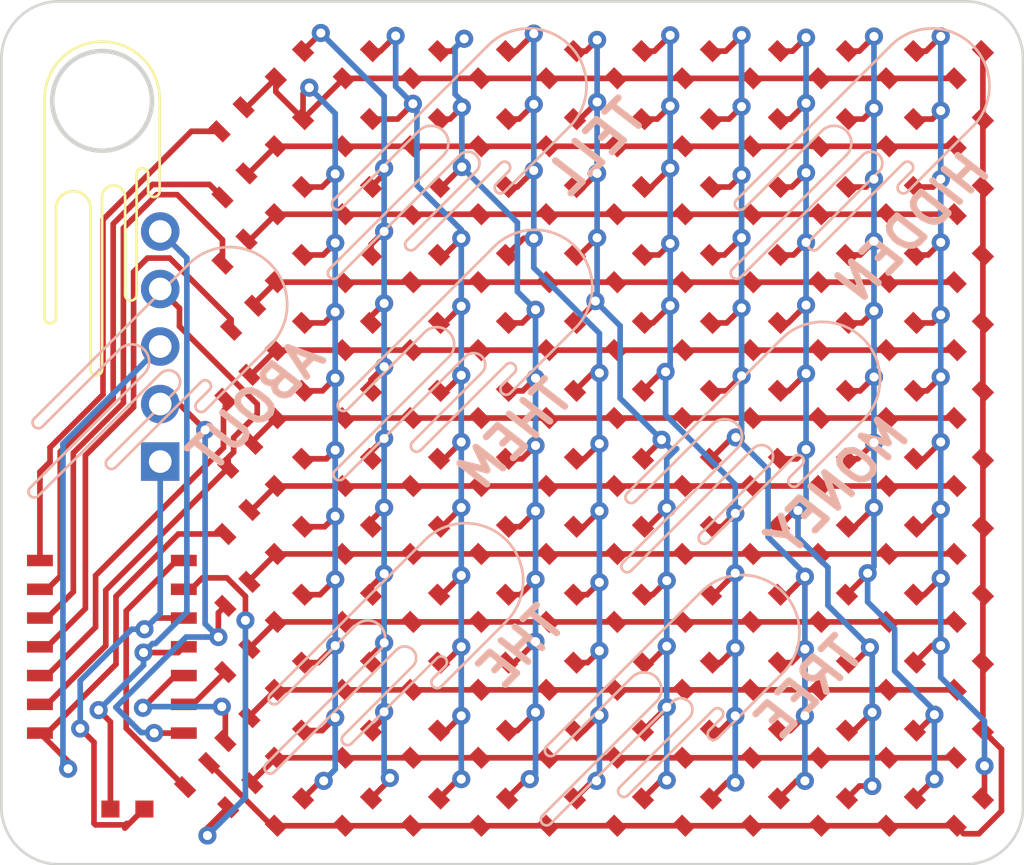
<source format=kicad_pcb>
(kicad_pcb (version 20171130) (host pcbnew "(5.1.2)-2")
  (layers (0 F.Cu signal) (31 B.Cu signal) (34 B.Paste user hide) (35 F.Paste user hide) (36 B.SilkS user) (37 F.SilkS user) (38 B.Mask user hide) (39 F.Mask user hide) (44 Edge.Cuts user))
  (net 0 "")
  (net 1 +3V3)
  (net 2 GND)
  (net 3 "Net-(D1-Pad1)")
  (net 4 "Net-(D1-Pad2)")
  (net 5 "Net-(D102-Pad2)")
  (net 6 "Net-(D103-Pad2)")
  (net 7 "Net-(D104-Pad2)")
  (net 8 "Net-(D105-Pad2)")
  (net 9 "Net-(D106-Pad2)")
  (net 10 "Net-(D107-Pad2)")
  (net 11 "Net-(D108-Pad2)")
  (net 12 "Net-(D120-Pad2)")
  (net 13 "Net-(D10-Pad2)")
  (net 14 "Net-(D11-Pad2)")
  (net 15 "Net-(D12-Pad1)")
  (net 16 "Net-(D23-Pad1)")
  (net 17 "Net-(D34-Pad1)")
  (net 18 "Net-(D45-Pad1)")
  (net 19 "Net-(D56-Pad1)")
  (net 20 "Net-(D67-Pad1)")
  (net 21 "Net-(D78-Pad1)")
  (net 22 "Net-(D89-Pad1)")
  (net 23 "Net-(D100-Pad1)")
  (net 24 "Net-(D111-Pad1)")
  (net 25 LED6)
  (net 26 LED7)
  (net 27 LED8)
  (net 28 LED1)
  (net 29 LED2)
  (net 30 LED3)
  (net 31 LED4)
  (net 32 LED5)
  (net 33 LED9)
  (net 34 LED10)
  (net 35 LED11)
  (net 36 LED12)
  (module SMD_Packages:SOIC-14_N (layer F.Cu) (at 39.9288 56.4388 270)
    (fp_text reference U1 hide)
    (fp_text value ATSAMD11C14A-SS)
    (pad 1 smd rect (at -3.81 3.302 270) (size 0.508 1.143) (layers F.Cu F.Paste F.Mask) (net 28 LED1))
    (pad 2 smd rect (at -2.54 3.302 270) (size 0.508 1.143) (layers F.Cu F.Paste F.Mask) (net 29 LED2))
    (pad 3 smd rect (at -1.27 3.302 270) (size 0.508 1.143) (layers F.Cu F.Paste F.Mask) (net 30 LED3))
    (pad 4 smd rect (at 0 3.302 270) (size 0.508 1.143) (layers F.Cu F.Paste F.Mask) (net 31 LED4))
    (pad 5 smd rect (at 1.27 3.302 270) (size 0.508 1.143) (layers F.Cu F.Paste F.Mask) (net 32 LED5))
    (pad 6 smd rect (at 2.54 3.302 270) (size 0.508 1.143) (layers F.Cu F.Paste F.Mask) (net 25 LED6))
    (pad 7 smd rect (at 3.81 3.302 270) (size 0.508 1.143) (layers F.Cu F.Paste F.Mask) (net 26 LED7))
    (pad 8 smd rect (at 3.81 -3.048 270) (size 0.508 1.143) (layers F.Cu F.Paste F.Mask) (net 27 LED8))
    (pad 9 smd rect (at 2.54 -3.048 270) (size 0.508 1.143) (layers F.Cu F.Paste F.Mask) (net 33 LED9))
    (pad 11 smd rect (at 0 -3.048 270) (size 0.508 1.143) (layers F.Cu F.Paste F.Mask) (net 2 GND))
    (pad 12 smd rect (at -1.27 -3.048 270) (size 0.508 1.143) (layers F.Cu F.Paste F.Mask) (net 1 +3V3))
    (pad 13 smd rect (at -2.54 -3.048 270) (size 0.508 1.143) (layers F.Cu F.Paste F.Mask) (net 35 LED11))
    (pad 14 smd rect (at -3.81 -3.048 270) (size 0.508 1.143) (layers F.Cu F.Paste F.Mask) (net 36 LED12))
    (pad 10 smd rect (at 1.27 -3.048 270) (size 0.508 1.143) (layers F.Cu F.Paste F.Mask) (net 34 LED10))
  )
  (module Capacitors_SMD:C_0603 (layer F.Cu) (at 40.4876 63.6016)
    (fp_text reference C1 hide)
    (fp_text value 1uF)
    (pad 2 smd rect (at 0.75 0) (size 0.8 0.75) (layers F.Cu F.Paste F.Mask) (net 1 +3V3))
    (pad 1 smd rect (at -0.75 0) (size 0.8 0.75) (layers F.Cu F.Paste F.Mask) (net 2 GND))
  )
  (module test_samd11:D_0603_notext (layer F.Cu) (at 56.637 60.738 45)
    (fp_text reference D114 hide)
    (fp_text value LED)
    (pad 1 smd rect (at -0.85 0 45) (size 0.6 0.8) (layers F.Cu F.Paste F.Mask) (net 24 "Net-(D111-Pad1)"))
    (pad 2 smd rect (at 0.85 0 45) (size 0.6 0.8) (layers F.Cu F.Paste F.Mask) (net 6 "Net-(D103-Pad2)"))
  )
  (module test_samd11:D_0603_notext (layer F.Cu) (at 47.637 51.738 45)
    (fp_text reference D78 hide)
    (fp_text value LED)
    (pad 1 smd rect (at -0.85 0 45) (size 0.6 0.8) (layers F.Cu F.Paste F.Mask) (net 21 "Net-(D78-Pad1)"))
    (pad 2 smd rect (at 0.85 0 45) (size 0.6 0.8) (layers F.Cu F.Paste F.Mask) (net 3 "Net-(D1-Pad1)"))
  )
  (module test_samd11:D_0603_notext (layer F.Cu) (at 65.637 42.738 45)
    (fp_text reference D51 hide)
    (fp_text value LED)
    (pad 1 smd rect (at -0.85 0 45) (size 0.6 0.8) (layers F.Cu F.Paste F.Mask) (net 18 "Net-(D45-Pad1)"))
    (pad 2 smd rect (at 0.85 0 45) (size 0.6 0.8) (layers F.Cu F.Paste F.Mask) (net 10 "Net-(D107-Pad2)"))
  )
  (module test_samd11:D_0603_notext (layer F.Cu) (at 62.637 42.738 45)
    (fp_text reference D50 hide)
    (fp_text value LED)
    (pad 1 smd rect (at -0.85 0 45) (size 0.6 0.8) (layers F.Cu F.Paste F.Mask) (net 18 "Net-(D45-Pad1)"))
    (pad 2 smd rect (at 0.85 0 45) (size 0.6 0.8) (layers F.Cu F.Paste F.Mask) (net 9 "Net-(D106-Pad2)"))
  )
  (module test_samd11:D_0603_notext (layer F.Cu) (at 77.637 63.738 45)
    (fp_text reference D132 hide)
    (fp_text value LED)
    (pad 1 smd rect (at -0.85 0 45) (size 0.6 0.8) (layers F.Cu F.Paste F.Mask) (net 14 "Net-(D11-Pad2)"))
    (pad 2 smd rect (at 0.85 0 45) (size 0.6 0.8) (layers F.Cu F.Paste F.Mask) (net 13 "Net-(D10-Pad2)"))
  )
  (module test_samd11:D_0603_notext (layer F.Cu) (at 74.637 63.738 45)
    (fp_text reference D131 hide)
    (fp_text value LED)
    (pad 1 smd rect (at -0.85 0 45) (size 0.6 0.8) (layers F.Cu F.Paste F.Mask) (net 14 "Net-(D11-Pad2)"))
    (pad 2 smd rect (at 0.85 0 45) (size 0.6 0.8) (layers F.Cu F.Paste F.Mask) (net 12 "Net-(D120-Pad2)"))
  )
  (module test_samd11:D_0603_notext (layer F.Cu) (at 71.637 63.738 45)
    (fp_text reference D130 hide)
    (fp_text value LED)
    (pad 1 smd rect (at -0.85 0 45) (size 0.6 0.8) (layers F.Cu F.Paste F.Mask) (net 14 "Net-(D11-Pad2)"))
    (pad 2 smd rect (at 0.85 0 45) (size 0.6 0.8) (layers F.Cu F.Paste F.Mask) (net 11 "Net-(D108-Pad2)"))
  )
  (module test_samd11:D_0603_notext (layer F.Cu) (at 68.637 63.738 45)
    (fp_text reference D129 hide)
    (fp_text value LED)
    (pad 1 smd rect (at -0.85 0 45) (size 0.6 0.8) (layers F.Cu F.Paste F.Mask) (net 14 "Net-(D11-Pad2)"))
    (pad 2 smd rect (at 0.85 0 45) (size 0.6 0.8) (layers F.Cu F.Paste F.Mask) (net 10 "Net-(D107-Pad2)"))
  )
  (module test_samd11:D_0603_notext (layer F.Cu) (at 65.637 63.738 45)
    (fp_text reference D128 hide)
    (fp_text value LED)
    (pad 1 smd rect (at -0.85 0 45) (size 0.6 0.8) (layers F.Cu F.Paste F.Mask) (net 14 "Net-(D11-Pad2)"))
    (pad 2 smd rect (at 0.85 0 45) (size 0.6 0.8) (layers F.Cu F.Paste F.Mask) (net 9 "Net-(D106-Pad2)"))
  )
  (module test_samd11:D_0603_notext (layer F.Cu) (at 62.637 63.738 45)
    (fp_text reference D127 hide)
    (fp_text value LED)
    (pad 1 smd rect (at -0.85 0 45) (size 0.6 0.8) (layers F.Cu F.Paste F.Mask) (net 14 "Net-(D11-Pad2)"))
    (pad 2 smd rect (at 0.85 0 45) (size 0.6 0.8) (layers F.Cu F.Paste F.Mask) (net 8 "Net-(D105-Pad2)"))
  )
  (module test_samd11:D_0603_notext (layer F.Cu) (at 59.637 63.738 45)
    (fp_text reference D126 hide)
    (fp_text value LED)
    (pad 1 smd rect (at -0.85 0 45) (size 0.6 0.8) (layers F.Cu F.Paste F.Mask) (net 14 "Net-(D11-Pad2)"))
    (pad 2 smd rect (at 0.85 0 45) (size 0.6 0.8) (layers F.Cu F.Paste F.Mask) (net 7 "Net-(D104-Pad2)"))
  )
  (module test_samd11:D_0603_notext (layer F.Cu) (at 56.637 63.738 45)
    (fp_text reference D125 hide)
    (fp_text value LED)
    (pad 1 smd rect (at -0.85 0 45) (size 0.6 0.8) (layers F.Cu F.Paste F.Mask) (net 14 "Net-(D11-Pad2)"))
    (pad 2 smd rect (at 0.85 0 45) (size 0.6 0.8) (layers F.Cu F.Paste F.Mask) (net 6 "Net-(D103-Pad2)"))
  )
  (module test_samd11:D_0603_notext (layer F.Cu) (at 53.637 63.738 45)
    (fp_text reference D124 hide)
    (fp_text value LED)
    (pad 1 smd rect (at -0.85 0 45) (size 0.6 0.8) (layers F.Cu F.Paste F.Mask) (net 14 "Net-(D11-Pad2)"))
    (pad 2 smd rect (at 0.85 0 45) (size 0.6 0.8) (layers F.Cu F.Paste F.Mask) (net 5 "Net-(D102-Pad2)"))
  )
  (module test_samd11:D_0603_notext (layer F.Cu) (at 50.637 63.738 45)
    (fp_text reference D123 hide)
    (fp_text value LED)
    (pad 1 smd rect (at -0.85 0 45) (size 0.6 0.8) (layers F.Cu F.Paste F.Mask) (net 14 "Net-(D11-Pad2)"))
    (pad 2 smd rect (at 0.85 0 45) (size 0.6 0.8) (layers F.Cu F.Paste F.Mask) (net 4 "Net-(D1-Pad2)"))
  )
  (module test_samd11:D_0603_notext (layer F.Cu) (at 47.637 63.738 45)
    (fp_text reference D122 hide)
    (fp_text value LED)
    (pad 1 smd rect (at -0.85 0 45) (size 0.6 0.8) (layers F.Cu F.Paste F.Mask) (net 14 "Net-(D11-Pad2)"))
    (pad 2 smd rect (at 0.85 0 45) (size 0.6 0.8) (layers F.Cu F.Paste F.Mask) (net 3 "Net-(D1-Pad1)"))
  )
  (module test_samd11:D_0603_notext (layer F.Cu) (at 77.637 60.738 45)
    (fp_text reference D121 hide)
    (fp_text value LED)
    (pad 1 smd rect (at -0.85 0 45) (size 0.6 0.8) (layers F.Cu F.Paste F.Mask) (net 24 "Net-(D111-Pad1)"))
    (pad 2 smd rect (at 0.85 0 45) (size 0.6 0.8) (layers F.Cu F.Paste F.Mask) (net 14 "Net-(D11-Pad2)"))
  )
  (module test_samd11:D_0603_notext (layer F.Cu) (at 74.637 60.738 45)
    (fp_text reference D120 hide)
    (fp_text value LED)
    (pad 1 smd rect (at -0.85 0 45) (size 0.6 0.8) (layers F.Cu F.Paste F.Mask) (net 24 "Net-(D111-Pad1)"))
    (pad 2 smd rect (at 0.85 0 45) (size 0.6 0.8) (layers F.Cu F.Paste F.Mask) (net 12 "Net-(D120-Pad2)"))
  )
  (module test_samd11:D_0603_notext (layer F.Cu) (at 71.637 60.738 45)
    (fp_text reference D119 hide)
    (fp_text value LED)
    (pad 1 smd rect (at -0.85 0 45) (size 0.6 0.8) (layers F.Cu F.Paste F.Mask) (net 24 "Net-(D111-Pad1)"))
    (pad 2 smd rect (at 0.85 0 45) (size 0.6 0.8) (layers F.Cu F.Paste F.Mask) (net 11 "Net-(D108-Pad2)"))
  )
  (module test_samd11:D_0603_notext (layer F.Cu) (at 68.637 60.738 45)
    (fp_text reference D118 hide)
    (fp_text value LED)
    (pad 1 smd rect (at -0.85 0 45) (size 0.6 0.8) (layers F.Cu F.Paste F.Mask) (net 24 "Net-(D111-Pad1)"))
    (pad 2 smd rect (at 0.85 0 45) (size 0.6 0.8) (layers F.Cu F.Paste F.Mask) (net 10 "Net-(D107-Pad2)"))
  )
  (module test_samd11:D_0603_notext (layer F.Cu) (at 65.637 60.738 45)
    (fp_text reference D117 hide)
    (fp_text value LED)
    (pad 1 smd rect (at -0.85 0 45) (size 0.6 0.8) (layers F.Cu F.Paste F.Mask) (net 24 "Net-(D111-Pad1)"))
    (pad 2 smd rect (at 0.85 0 45) (size 0.6 0.8) (layers F.Cu F.Paste F.Mask) (net 9 "Net-(D106-Pad2)"))
  )
  (module test_samd11:D_0603_notext (layer F.Cu) (at 62.637 60.738 45)
    (fp_text reference D116 hide)
    (fp_text value LED)
    (pad 1 smd rect (at -0.85 0 45) (size 0.6 0.8) (layers F.Cu F.Paste F.Mask) (net 24 "Net-(D111-Pad1)"))
    (pad 2 smd rect (at 0.85 0 45) (size 0.6 0.8) (layers F.Cu F.Paste F.Mask) (net 8 "Net-(D105-Pad2)"))
  )
  (module test_samd11:D_0603_notext (layer F.Cu) (at 59.637 60.738 45)
    (fp_text reference D115 hide)
    (fp_text value LED)
    (pad 1 smd rect (at -0.85 0 45) (size 0.6 0.8) (layers F.Cu F.Paste F.Mask) (net 24 "Net-(D111-Pad1)"))
    (pad 2 smd rect (at 0.85 0 45) (size 0.6 0.8) (layers F.Cu F.Paste F.Mask) (net 7 "Net-(D104-Pad2)"))
  )
  (module test_samd11:D_0603_notext (layer F.Cu) (at 53.637 60.738 45)
    (fp_text reference D113 hide)
    (fp_text value LED)
    (pad 1 smd rect (at -0.85 0 45) (size 0.6 0.8) (layers F.Cu F.Paste F.Mask) (net 24 "Net-(D111-Pad1)"))
    (pad 2 smd rect (at 0.85 0 45) (size 0.6 0.8) (layers F.Cu F.Paste F.Mask) (net 5 "Net-(D102-Pad2)"))
  )
  (module test_samd11:D_0603_notext (layer F.Cu) (at 50.637 60.738 45)
    (fp_text reference D112 hide)
    (fp_text value LED)
    (pad 1 smd rect (at -0.85 0 45) (size 0.6 0.8) (layers F.Cu F.Paste F.Mask) (net 24 "Net-(D111-Pad1)"))
    (pad 2 smd rect (at 0.85 0 45) (size 0.6 0.8) (layers F.Cu F.Paste F.Mask) (net 4 "Net-(D1-Pad2)"))
  )
  (module test_samd11:D_0603_notext (layer F.Cu) (at 47.637 60.738 45)
    (fp_text reference D111 hide)
    (fp_text value LED)
    (pad 1 smd rect (at -0.85 0 45) (size 0.6 0.8) (layers F.Cu F.Paste F.Mask) (net 24 "Net-(D111-Pad1)"))
    (pad 2 smd rect (at 0.85 0 45) (size 0.6 0.8) (layers F.Cu F.Paste F.Mask) (net 3 "Net-(D1-Pad1)"))
  )
  (module test_samd11:D_0603_notext (layer F.Cu) (at 77.637 57.738 45)
    (fp_text reference D110 hide)
    (fp_text value LED)
    (pad 1 smd rect (at -0.85 0 45) (size 0.6 0.8) (layers F.Cu F.Paste F.Mask) (net 23 "Net-(D100-Pad1)"))
    (pad 2 smd rect (at 0.85 0 45) (size 0.6 0.8) (layers F.Cu F.Paste F.Mask) (net 14 "Net-(D11-Pad2)"))
  )
  (module test_samd11:D_0603_notext (layer F.Cu) (at 74.637 57.738 45)
    (fp_text reference D109 hide)
    (fp_text value LED)
    (pad 1 smd rect (at -0.85 0 45) (size 0.6 0.8) (layers F.Cu F.Paste F.Mask) (net 23 "Net-(D100-Pad1)"))
    (pad 2 smd rect (at 0.85 0 45) (size 0.6 0.8) (layers F.Cu F.Paste F.Mask) (net 13 "Net-(D10-Pad2)"))
  )
  (module test_samd11:D_0603_notext (layer F.Cu) (at 71.637 57.738 45)
    (fp_text reference D108 hide)
    (fp_text value LED)
    (pad 1 smd rect (at -0.85 0 45) (size 0.6 0.8) (layers F.Cu F.Paste F.Mask) (net 23 "Net-(D100-Pad1)"))
    (pad 2 smd rect (at 0.85 0 45) (size 0.6 0.8) (layers F.Cu F.Paste F.Mask) (net 11 "Net-(D108-Pad2)"))
  )
  (module test_samd11:D_0603_notext (layer F.Cu) (at 68.637 57.738 45)
    (fp_text reference D107 hide)
    (fp_text value LED)
    (pad 1 smd rect (at -0.85 0 45) (size 0.6 0.8) (layers F.Cu F.Paste F.Mask) (net 23 "Net-(D100-Pad1)"))
    (pad 2 smd rect (at 0.85 0 45) (size 0.6 0.8) (layers F.Cu F.Paste F.Mask) (net 10 "Net-(D107-Pad2)"))
  )
  (module test_samd11:D_0603_notext (layer F.Cu) (at 65.637 57.738 45)
    (fp_text reference D106 hide)
    (fp_text value LED)
    (pad 1 smd rect (at -0.85 0 45) (size 0.6 0.8) (layers F.Cu F.Paste F.Mask) (net 23 "Net-(D100-Pad1)"))
    (pad 2 smd rect (at 0.85 0 45) (size 0.6 0.8) (layers F.Cu F.Paste F.Mask) (net 9 "Net-(D106-Pad2)"))
  )
  (module test_samd11:D_0603_notext (layer F.Cu) (at 62.637 57.738 45)
    (fp_text reference D105 hide)
    (fp_text value LED)
    (pad 1 smd rect (at -0.85 0 45) (size 0.6 0.8) (layers F.Cu F.Paste F.Mask) (net 23 "Net-(D100-Pad1)"))
    (pad 2 smd rect (at 0.85 0 45) (size 0.6 0.8) (layers F.Cu F.Paste F.Mask) (net 8 "Net-(D105-Pad2)"))
  )
  (module test_samd11:D_0603_notext (layer F.Cu) (at 59.637 57.738 45)
    (fp_text reference D104 hide)
    (fp_text value LED)
    (pad 1 smd rect (at -0.85 0 45) (size 0.6 0.8) (layers F.Cu F.Paste F.Mask) (net 23 "Net-(D100-Pad1)"))
    (pad 2 smd rect (at 0.85 0 45) (size 0.6 0.8) (layers F.Cu F.Paste F.Mask) (net 7 "Net-(D104-Pad2)"))
  )
  (module test_samd11:D_0603_notext (layer F.Cu) (at 56.637 57.738 45)
    (fp_text reference D103 hide)
    (fp_text value LED)
    (pad 1 smd rect (at -0.85 0 45) (size 0.6 0.8) (layers F.Cu F.Paste F.Mask) (net 23 "Net-(D100-Pad1)"))
    (pad 2 smd rect (at 0.85 0 45) (size 0.6 0.8) (layers F.Cu F.Paste F.Mask) (net 6 "Net-(D103-Pad2)"))
  )
  (module test_samd11:D_0603_notext (layer F.Cu) (at 53.637 57.738 45)
    (fp_text reference D102 hide)
    (fp_text value LED)
    (pad 1 smd rect (at -0.85 0 45) (size 0.6 0.8) (layers F.Cu F.Paste F.Mask) (net 23 "Net-(D100-Pad1)"))
    (pad 2 smd rect (at 0.85 0 45) (size 0.6 0.8) (layers F.Cu F.Paste F.Mask) (net 5 "Net-(D102-Pad2)"))
  )
  (module test_samd11:D_0603_notext (layer F.Cu) (at 50.637 57.738 45)
    (fp_text reference D101 hide)
    (fp_text value LED)
    (pad 1 smd rect (at -0.85 0 45) (size 0.6 0.8) (layers F.Cu F.Paste F.Mask) (net 23 "Net-(D100-Pad1)"))
    (pad 2 smd rect (at 0.85 0 45) (size 0.6 0.8) (layers F.Cu F.Paste F.Mask) (net 4 "Net-(D1-Pad2)"))
  )
  (module test_samd11:D_0603_notext (layer F.Cu) (at 47.637 57.738 45)
    (fp_text reference D100 hide)
    (fp_text value LED)
    (pad 1 smd rect (at -0.85 0 45) (size 0.6 0.8) (layers F.Cu F.Paste F.Mask) (net 23 "Net-(D100-Pad1)"))
    (pad 2 smd rect (at 0.85 0 45) (size 0.6 0.8) (layers F.Cu F.Paste F.Mask) (net 3 "Net-(D1-Pad1)"))
  )
  (module test_samd11:D_0603_notext (layer F.Cu) (at 77.637 54.738 45)
    (fp_text reference D99 hide)
    (fp_text value LED)
    (pad 1 smd rect (at -0.85 0 45) (size 0.6 0.8) (layers F.Cu F.Paste F.Mask) (net 22 "Net-(D89-Pad1)"))
    (pad 2 smd rect (at 0.85 0 45) (size 0.6 0.8) (layers F.Cu F.Paste F.Mask) (net 14 "Net-(D11-Pad2)"))
  )
  (module test_samd11:D_0603_notext (layer F.Cu) (at 74.637 54.738 45)
    (fp_text reference D98 hide)
    (fp_text value LED)
    (pad 1 smd rect (at -0.85 0 45) (size 0.6 0.8) (layers F.Cu F.Paste F.Mask) (net 22 "Net-(D89-Pad1)"))
    (pad 2 smd rect (at 0.85 0 45) (size 0.6 0.8) (layers F.Cu F.Paste F.Mask) (net 13 "Net-(D10-Pad2)"))
  )
  (module test_samd11:D_0603_notext (layer F.Cu) (at 71.637 54.738 45)
    (fp_text reference D97 hide)
    (fp_text value LED)
    (pad 1 smd rect (at -0.85 0 45) (size 0.6 0.8) (layers F.Cu F.Paste F.Mask) (net 22 "Net-(D89-Pad1)"))
    (pad 2 smd rect (at 0.85 0 45) (size 0.6 0.8) (layers F.Cu F.Paste F.Mask) (net 12 "Net-(D120-Pad2)"))
  )
  (module test_samd11:D_0603_notext (layer F.Cu) (at 68.637 54.738 45)
    (fp_text reference D96 hide)
    (fp_text value LED)
    (pad 1 smd rect (at -0.85 0 45) (size 0.6 0.8) (layers F.Cu F.Paste F.Mask) (net 22 "Net-(D89-Pad1)"))
    (pad 2 smd rect (at 0.85 0 45) (size 0.6 0.8) (layers F.Cu F.Paste F.Mask) (net 10 "Net-(D107-Pad2)"))
  )
  (module test_samd11:D_0603_notext (layer F.Cu) (at 65.637 54.738 45)
    (fp_text reference D95 hide)
    (fp_text value LED)
    (pad 1 smd rect (at -0.85 0 45) (size 0.6 0.8) (layers F.Cu F.Paste F.Mask) (net 22 "Net-(D89-Pad1)"))
    (pad 2 smd rect (at 0.85 0 45) (size 0.6 0.8) (layers F.Cu F.Paste F.Mask) (net 9 "Net-(D106-Pad2)"))
  )
  (module test_samd11:D_0603_notext (layer F.Cu) (at 62.637 54.738 45)
    (fp_text reference D94 hide)
    (fp_text value LED)
    (pad 1 smd rect (at -0.85 0 45) (size 0.6 0.8) (layers F.Cu F.Paste F.Mask) (net 22 "Net-(D89-Pad1)"))
    (pad 2 smd rect (at 0.85 0 45) (size 0.6 0.8) (layers F.Cu F.Paste F.Mask) (net 8 "Net-(D105-Pad2)"))
  )
  (module test_samd11:D_0603_notext (layer F.Cu) (at 59.637 54.738 45)
    (fp_text reference D93 hide)
    (fp_text value LED)
    (pad 1 smd rect (at -0.85 0 45) (size 0.6 0.8) (layers F.Cu F.Paste F.Mask) (net 22 "Net-(D89-Pad1)"))
    (pad 2 smd rect (at 0.85 0 45) (size 0.6 0.8) (layers F.Cu F.Paste F.Mask) (net 7 "Net-(D104-Pad2)"))
  )
  (module test_samd11:D_0603_notext (layer F.Cu) (at 56.637 54.738 45)
    (fp_text reference D92 hide)
    (fp_text value LED)
    (pad 1 smd rect (at -0.85 0 45) (size 0.6 0.8) (layers F.Cu F.Paste F.Mask) (net 22 "Net-(D89-Pad1)"))
    (pad 2 smd rect (at 0.85 0 45) (size 0.6 0.8) (layers F.Cu F.Paste F.Mask) (net 6 "Net-(D103-Pad2)"))
  )
  (module test_samd11:D_0603_notext (layer F.Cu) (at 53.637 54.738 45)
    (fp_text reference D91 hide)
    (fp_text value LED)
    (pad 1 smd rect (at -0.85 0 45) (size 0.6 0.8) (layers F.Cu F.Paste F.Mask) (net 22 "Net-(D89-Pad1)"))
    (pad 2 smd rect (at 0.85 0 45) (size 0.6 0.8) (layers F.Cu F.Paste F.Mask) (net 5 "Net-(D102-Pad2)"))
  )
  (module test_samd11:D_0603_notext (layer F.Cu) (at 50.637 54.738 45)
    (fp_text reference D90 hide)
    (fp_text value LED)
    (pad 1 smd rect (at -0.85 0 45) (size 0.6 0.8) (layers F.Cu F.Paste F.Mask) (net 22 "Net-(D89-Pad1)"))
    (pad 2 smd rect (at 0.85 0 45) (size 0.6 0.8) (layers F.Cu F.Paste F.Mask) (net 4 "Net-(D1-Pad2)"))
  )
  (module test_samd11:D_0603_notext (layer F.Cu) (at 47.637 54.738 45)
    (fp_text reference D89 hide)
    (fp_text value LED)
    (pad 1 smd rect (at -0.85 0 45) (size 0.6 0.8) (layers F.Cu F.Paste F.Mask) (net 22 "Net-(D89-Pad1)"))
    (pad 2 smd rect (at 0.85 0 45) (size 0.6 0.8) (layers F.Cu F.Paste F.Mask) (net 3 "Net-(D1-Pad1)"))
  )
  (module test_samd11:D_0603_notext (layer F.Cu) (at 77.637 51.738 45)
    (fp_text reference D88 hide)
    (fp_text value LED)
    (pad 1 smd rect (at -0.85 0 45) (size 0.6 0.8) (layers F.Cu F.Paste F.Mask) (net 21 "Net-(D78-Pad1)"))
    (pad 2 smd rect (at 0.85 0 45) (size 0.6 0.8) (layers F.Cu F.Paste F.Mask) (net 14 "Net-(D11-Pad2)"))
  )
  (module test_samd11:D_0603_notext (layer F.Cu) (at 74.637 51.738 45)
    (fp_text reference D87 hide)
    (fp_text value LED)
    (pad 1 smd rect (at -0.85 0 45) (size 0.6 0.8) (layers F.Cu F.Paste F.Mask) (net 21 "Net-(D78-Pad1)"))
    (pad 2 smd rect (at 0.85 0 45) (size 0.6 0.8) (layers F.Cu F.Paste F.Mask) (net 13 "Net-(D10-Pad2)"))
  )
  (module test_samd11:D_0603_notext (layer F.Cu) (at 71.637 51.738 45)
    (fp_text reference D86 hide)
    (fp_text value LED)
    (pad 1 smd rect (at -0.85 0 45) (size 0.6 0.8) (layers F.Cu F.Paste F.Mask) (net 21 "Net-(D78-Pad1)"))
    (pad 2 smd rect (at 0.85 0 45) (size 0.6 0.8) (layers F.Cu F.Paste F.Mask) (net 12 "Net-(D120-Pad2)"))
  )
  (module test_samd11:D_0603_notext (layer F.Cu) (at 68.637 51.738 45)
    (fp_text reference D85 hide)
    (fp_text value LED)
    (pad 1 smd rect (at -0.85 0 45) (size 0.6 0.8) (layers F.Cu F.Paste F.Mask) (net 21 "Net-(D78-Pad1)"))
    (pad 2 smd rect (at 0.85 0 45) (size 0.6 0.8) (layers F.Cu F.Paste F.Mask) (net 11 "Net-(D108-Pad2)"))
  )
  (module test_samd11:D_0603_notext (layer F.Cu) (at 65.637 51.738 45)
    (fp_text reference D84 hide)
    (fp_text value LED)
    (pad 1 smd rect (at -0.85 0 45) (size 0.6 0.8) (layers F.Cu F.Paste F.Mask) (net 21 "Net-(D78-Pad1)"))
    (pad 2 smd rect (at 0.85 0 45) (size 0.6 0.8) (layers F.Cu F.Paste F.Mask) (net 9 "Net-(D106-Pad2)"))
  )
  (module test_samd11:D_0603_notext (layer F.Cu) (at 62.637 51.738 45)
    (fp_text reference D83 hide)
    (fp_text value LED)
    (pad 1 smd rect (at -0.85 0 45) (size 0.6 0.8) (layers F.Cu F.Paste F.Mask) (net 21 "Net-(D78-Pad1)"))
    (pad 2 smd rect (at 0.85 0 45) (size 0.6 0.8) (layers F.Cu F.Paste F.Mask) (net 8 "Net-(D105-Pad2)"))
  )
  (module test_samd11:D_0603_notext (layer F.Cu) (at 59.637 51.738 45)
    (fp_text reference D82 hide)
    (fp_text value LED)
    (pad 1 smd rect (at -0.85 0 45) (size 0.6 0.8) (layers F.Cu F.Paste F.Mask) (net 21 "Net-(D78-Pad1)"))
    (pad 2 smd rect (at 0.85 0 45) (size 0.6 0.8) (layers F.Cu F.Paste F.Mask) (net 7 "Net-(D104-Pad2)"))
  )
  (module test_samd11:D_0603_notext (layer F.Cu) (at 56.637 51.738 45)
    (fp_text reference D81 hide)
    (fp_text value LED)
    (pad 1 smd rect (at -0.85 0 45) (size 0.6 0.8) (layers F.Cu F.Paste F.Mask) (net 21 "Net-(D78-Pad1)"))
    (pad 2 smd rect (at 0.85 0 45) (size 0.6 0.8) (layers F.Cu F.Paste F.Mask) (net 6 "Net-(D103-Pad2)"))
  )
  (module test_samd11:D_0603_notext (layer F.Cu) (at 53.637 51.738 45)
    (fp_text reference D80 hide)
    (fp_text value LED)
    (pad 1 smd rect (at -0.85 0 45) (size 0.6 0.8) (layers F.Cu F.Paste F.Mask) (net 21 "Net-(D78-Pad1)"))
    (pad 2 smd rect (at 0.85 0 45) (size 0.6 0.8) (layers F.Cu F.Paste F.Mask) (net 5 "Net-(D102-Pad2)"))
  )
  (module test_samd11:D_0603_notext (layer F.Cu) (at 50.637 51.738 45)
    (fp_text reference D79 hide)
    (fp_text value LED)
    (pad 1 smd rect (at -0.85 0 45) (size 0.6 0.8) (layers F.Cu F.Paste F.Mask) (net 21 "Net-(D78-Pad1)"))
    (pad 2 smd rect (at 0.85 0 45) (size 0.6 0.8) (layers F.Cu F.Paste F.Mask) (net 4 "Net-(D1-Pad2)"))
  )
  (module test_samd11:D_0603_notext (layer F.Cu) (at 77.637 48.738 45)
    (fp_text reference D77 hide)
    (fp_text value LED)
    (pad 1 smd rect (at -0.85 0 45) (size 0.6 0.8) (layers F.Cu F.Paste F.Mask) (net 20 "Net-(D67-Pad1)"))
    (pad 2 smd rect (at 0.85 0 45) (size 0.6 0.8) (layers F.Cu F.Paste F.Mask) (net 14 "Net-(D11-Pad2)"))
  )
  (module test_samd11:D_0603_notext (layer F.Cu) (at 74.637 48.738 45)
    (fp_text reference D76 hide)
    (fp_text value LED)
    (pad 1 smd rect (at -0.85 0 45) (size 0.6 0.8) (layers F.Cu F.Paste F.Mask) (net 20 "Net-(D67-Pad1)"))
    (pad 2 smd rect (at 0.85 0 45) (size 0.6 0.8) (layers F.Cu F.Paste F.Mask) (net 13 "Net-(D10-Pad2)"))
  )
  (module test_samd11:D_0603_notext (layer F.Cu) (at 71.637 48.738 45)
    (fp_text reference D75 hide)
    (fp_text value LED)
    (pad 1 smd rect (at -0.85 0 45) (size 0.6 0.8) (layers F.Cu F.Paste F.Mask) (net 20 "Net-(D67-Pad1)"))
    (pad 2 smd rect (at 0.85 0 45) (size 0.6 0.8) (layers F.Cu F.Paste F.Mask) (net 12 "Net-(D120-Pad2)"))
  )
  (module test_samd11:D_0603_notext (layer F.Cu) (at 68.637 48.738 45)
    (fp_text reference D74 hide)
    (fp_text value LED)
    (pad 1 smd rect (at -0.85 0 45) (size 0.6 0.8) (layers F.Cu F.Paste F.Mask) (net 20 "Net-(D67-Pad1)"))
    (pad 2 smd rect (at 0.85 0 45) (size 0.6 0.8) (layers F.Cu F.Paste F.Mask) (net 11 "Net-(D108-Pad2)"))
  )
  (module test_samd11:D_0603_notext (layer F.Cu) (at 65.637 48.738 45)
    (fp_text reference D73 hide)
    (fp_text value LED)
    (pad 1 smd rect (at -0.85 0 45) (size 0.6 0.8) (layers F.Cu F.Paste F.Mask) (net 20 "Net-(D67-Pad1)"))
    (pad 2 smd rect (at 0.85 0 45) (size 0.6 0.8) (layers F.Cu F.Paste F.Mask) (net 10 "Net-(D107-Pad2)"))
  )
  (module test_samd11:D_0603_notext (layer F.Cu) (at 62.637 48.738 45)
    (fp_text reference D72 hide)
    (fp_text value LED)
    (pad 1 smd rect (at -0.85 0 45) (size 0.6 0.8) (layers F.Cu F.Paste F.Mask) (net 20 "Net-(D67-Pad1)"))
    (pad 2 smd rect (at 0.85 0 45) (size 0.6 0.8) (layers F.Cu F.Paste F.Mask) (net 8 "Net-(D105-Pad2)"))
  )
  (module test_samd11:D_0603_notext (layer F.Cu) (at 59.637 48.738 45)
    (fp_text reference D71 hide)
    (fp_text value LED)
    (pad 1 smd rect (at -0.85 0 45) (size 0.6 0.8) (layers F.Cu F.Paste F.Mask) (net 20 "Net-(D67-Pad1)"))
    (pad 2 smd rect (at 0.85 0 45) (size 0.6 0.8) (layers F.Cu F.Paste F.Mask) (net 7 "Net-(D104-Pad2)"))
  )
  (module test_samd11:D_0603_notext (layer F.Cu) (at 56.637 48.738 45)
    (fp_text reference D70 hide)
    (fp_text value LED)
    (pad 1 smd rect (at -0.85 0 45) (size 0.6 0.8) (layers F.Cu F.Paste F.Mask) (net 20 "Net-(D67-Pad1)"))
    (pad 2 smd rect (at 0.85 0 45) (size 0.6 0.8) (layers F.Cu F.Paste F.Mask) (net 6 "Net-(D103-Pad2)"))
  )
  (module test_samd11:D_0603_notext (layer F.Cu) (at 53.637 48.738 45)
    (fp_text reference D69 hide)
    (fp_text value LED)
    (pad 1 smd rect (at -0.85 0 45) (size 0.6 0.8) (layers F.Cu F.Paste F.Mask) (net 20 "Net-(D67-Pad1)"))
    (pad 2 smd rect (at 0.85 0 45) (size 0.6 0.8) (layers F.Cu F.Paste F.Mask) (net 5 "Net-(D102-Pad2)"))
  )
  (module test_samd11:D_0603_notext (layer F.Cu) (at 50.637 48.738 45)
    (fp_text reference D68 hide)
    (fp_text value LED)
    (pad 1 smd rect (at -0.85 0 45) (size 0.6 0.8) (layers F.Cu F.Paste F.Mask) (net 20 "Net-(D67-Pad1)"))
    (pad 2 smd rect (at 0.85 0 45) (size 0.6 0.8) (layers F.Cu F.Paste F.Mask) (net 4 "Net-(D1-Pad2)"))
  )
  (module test_samd11:D_0603_notext (layer F.Cu) (at 47.637 48.738 45)
    (fp_text reference D67 hide)
    (fp_text value LED)
    (pad 1 smd rect (at -0.85 0 45) (size 0.6 0.8) (layers F.Cu F.Paste F.Mask) (net 20 "Net-(D67-Pad1)"))
    (pad 2 smd rect (at 0.85 0 45) (size 0.6 0.8) (layers F.Cu F.Paste F.Mask) (net 3 "Net-(D1-Pad1)"))
  )
  (module test_samd11:D_0603_notext (layer F.Cu) (at 77.637 45.738 45)
    (fp_text reference D66 hide)
    (fp_text value LED)
    (pad 1 smd rect (at -0.85 0 45) (size 0.6 0.8) (layers F.Cu F.Paste F.Mask) (net 19 "Net-(D56-Pad1)"))
    (pad 2 smd rect (at 0.85 0 45) (size 0.6 0.8) (layers F.Cu F.Paste F.Mask) (net 14 "Net-(D11-Pad2)"))
  )
  (module test_samd11:D_0603_notext (layer F.Cu) (at 74.637 45.738 45)
    (fp_text reference D65 hide)
    (fp_text value LED)
    (pad 1 smd rect (at -0.85 0 45) (size 0.6 0.8) (layers F.Cu F.Paste F.Mask) (net 19 "Net-(D56-Pad1)"))
    (pad 2 smd rect (at 0.85 0 45) (size 0.6 0.8) (layers F.Cu F.Paste F.Mask) (net 13 "Net-(D10-Pad2)"))
  )
  (module test_samd11:D_0603_notext (layer F.Cu) (at 71.637 45.738 45)
    (fp_text reference D64 hide)
    (fp_text value LED)
    (pad 1 smd rect (at -0.85 0 45) (size 0.6 0.8) (layers F.Cu F.Paste F.Mask) (net 19 "Net-(D56-Pad1)"))
    (pad 2 smd rect (at 0.85 0 45) (size 0.6 0.8) (layers F.Cu F.Paste F.Mask) (net 12 "Net-(D120-Pad2)"))
  )
  (module test_samd11:D_0603_notext (layer F.Cu) (at 68.637 45.738 45)
    (fp_text reference D63 hide)
    (fp_text value LED)
    (pad 1 smd rect (at -0.85 0 45) (size 0.6 0.8) (layers F.Cu F.Paste F.Mask) (net 19 "Net-(D56-Pad1)"))
    (pad 2 smd rect (at 0.85 0 45) (size 0.6 0.8) (layers F.Cu F.Paste F.Mask) (net 11 "Net-(D108-Pad2)"))
  )
  (module test_samd11:D_0603_notext (layer F.Cu) (at 65.637 45.738 45)
    (fp_text reference D62 hide)
    (fp_text value LED)
    (pad 1 smd rect (at -0.85 0 45) (size 0.6 0.8) (layers F.Cu F.Paste F.Mask) (net 19 "Net-(D56-Pad1)"))
    (pad 2 smd rect (at 0.85 0 45) (size 0.6 0.8) (layers F.Cu F.Paste F.Mask) (net 10 "Net-(D107-Pad2)"))
  )
  (module test_samd11:D_0603_notext (layer F.Cu) (at 62.637 45.738 45)
    (fp_text reference D61 hide)
    (fp_text value LED)
    (pad 1 smd rect (at -0.85 0 45) (size 0.6 0.8) (layers F.Cu F.Paste F.Mask) (net 19 "Net-(D56-Pad1)"))
    (pad 2 smd rect (at 0.85 0 45) (size 0.6 0.8) (layers F.Cu F.Paste F.Mask) (net 9 "Net-(D106-Pad2)"))
  )
  (module test_samd11:D_0603_notext (layer F.Cu) (at 59.637 45.738 45)
    (fp_text reference D60 hide)
    (fp_text value LED)
    (pad 1 smd rect (at -0.85 0 45) (size 0.6 0.8) (layers F.Cu F.Paste F.Mask) (net 19 "Net-(D56-Pad1)"))
    (pad 2 smd rect (at 0.85 0 45) (size 0.6 0.8) (layers F.Cu F.Paste F.Mask) (net 7 "Net-(D104-Pad2)"))
  )
  (module test_samd11:D_0603_notext (layer F.Cu) (at 56.637 45.738 45)
    (fp_text reference D59 hide)
    (fp_text value LED)
    (pad 1 smd rect (at -0.85 0 45) (size 0.6 0.8) (layers F.Cu F.Paste F.Mask) (net 19 "Net-(D56-Pad1)"))
    (pad 2 smd rect (at 0.85 0 45) (size 0.6 0.8) (layers F.Cu F.Paste F.Mask) (net 6 "Net-(D103-Pad2)"))
  )
  (module test_samd11:D_0603_notext (layer F.Cu) (at 53.637 45.738 45)
    (fp_text reference D58 hide)
    (fp_text value LED)
    (pad 1 smd rect (at -0.85 0 45) (size 0.6 0.8) (layers F.Cu F.Paste F.Mask) (net 19 "Net-(D56-Pad1)"))
    (pad 2 smd rect (at 0.85 0 45) (size 0.6 0.8) (layers F.Cu F.Paste F.Mask) (net 5 "Net-(D102-Pad2)"))
  )
  (module test_samd11:D_0603_notext (layer F.Cu) (at 50.637 45.738 45)
    (fp_text reference D57 hide)
    (fp_text value LED)
    (pad 1 smd rect (at -0.85 0 45) (size 0.6 0.8) (layers F.Cu F.Paste F.Mask) (net 19 "Net-(D56-Pad1)"))
    (pad 2 smd rect (at 0.85 0 45) (size 0.6 0.8) (layers F.Cu F.Paste F.Mask) (net 4 "Net-(D1-Pad2)"))
  )
  (module test_samd11:D_0603_notext (layer F.Cu) (at 47.637 45.738 45)
    (fp_text reference D56 hide)
    (fp_text value LED)
    (pad 1 smd rect (at -0.85 0 45) (size 0.6 0.8) (layers F.Cu F.Paste F.Mask) (net 19 "Net-(D56-Pad1)"))
    (pad 2 smd rect (at 0.85 0 45) (size 0.6 0.8) (layers F.Cu F.Paste F.Mask) (net 3 "Net-(D1-Pad1)"))
  )
  (module test_samd11:D_0603_notext (layer F.Cu) (at 77.637 42.738 45)
    (fp_text reference D55 hide)
    (fp_text value LED)
    (pad 1 smd rect (at -0.85 0 45) (size 0.6 0.8) (layers F.Cu F.Paste F.Mask) (net 18 "Net-(D45-Pad1)"))
    (pad 2 smd rect (at 0.85 0 45) (size 0.6 0.8) (layers F.Cu F.Paste F.Mask) (net 14 "Net-(D11-Pad2)"))
  )
  (module test_samd11:D_0603_notext (layer F.Cu) (at 74.637 42.738 45)
    (fp_text reference D54 hide)
    (fp_text value LED)
    (pad 1 smd rect (at -0.85 0 45) (size 0.6 0.8) (layers F.Cu F.Paste F.Mask) (net 18 "Net-(D45-Pad1)"))
    (pad 2 smd rect (at 0.85 0 45) (size 0.6 0.8) (layers F.Cu F.Paste F.Mask) (net 13 "Net-(D10-Pad2)"))
  )
  (module test_samd11:D_0603_notext (layer F.Cu) (at 71.637 42.738 45)
    (fp_text reference D53 hide)
    (fp_text value LED)
    (pad 1 smd rect (at -0.85 0 45) (size 0.6 0.8) (layers F.Cu F.Paste F.Mask) (net 18 "Net-(D45-Pad1)"))
    (pad 2 smd rect (at 0.85 0 45) (size 0.6 0.8) (layers F.Cu F.Paste F.Mask) (net 12 "Net-(D120-Pad2)"))
  )
  (module test_samd11:D_0603_notext (layer F.Cu) (at 68.637 42.738 45)
    (fp_text reference D52 hide)
    (fp_text value LED)
    (pad 1 smd rect (at -0.85 0 45) (size 0.6 0.8) (layers F.Cu F.Paste F.Mask) (net 18 "Net-(D45-Pad1)"))
    (pad 2 smd rect (at 0.85 0 45) (size 0.6 0.8) (layers F.Cu F.Paste F.Mask) (net 11 "Net-(D108-Pad2)"))
  )
  (module test_samd11:D_0603_notext (layer F.Cu) (at 59.637 42.738 45)
    (fp_text reference D49 hide)
    (fp_text value LED)
    (pad 1 smd rect (at -0.85 0 45) (size 0.6 0.8) (layers F.Cu F.Paste F.Mask) (net 18 "Net-(D45-Pad1)"))
    (pad 2 smd rect (at 0.85 0 45) (size 0.6 0.8) (layers F.Cu F.Paste F.Mask) (net 8 "Net-(D105-Pad2)"))
  )
  (module test_samd11:D_0603_notext (layer F.Cu) (at 56.637 42.738 45)
    (fp_text reference D48 hide)
    (fp_text value LED)
    (pad 1 smd rect (at -0.85 0 45) (size 0.6 0.8) (layers F.Cu F.Paste F.Mask) (net 18 "Net-(D45-Pad1)"))
    (pad 2 smd rect (at 0.85 0 45) (size 0.6 0.8) (layers F.Cu F.Paste F.Mask) (net 6 "Net-(D103-Pad2)"))
  )
  (module test_samd11:D_0603_notext (layer F.Cu) (at 53.637 42.738 45)
    (fp_text reference D47 hide)
    (fp_text value LED)
    (pad 1 smd rect (at -0.85 0 45) (size 0.6 0.8) (layers F.Cu F.Paste F.Mask) (net 18 "Net-(D45-Pad1)"))
    (pad 2 smd rect (at 0.85 0 45) (size 0.6 0.8) (layers F.Cu F.Paste F.Mask) (net 5 "Net-(D102-Pad2)"))
  )
  (module test_samd11:D_0603_notext (layer F.Cu) (at 50.637 42.738 45)
    (fp_text reference D46 hide)
    (fp_text value LED)
    (pad 1 smd rect (at -0.85 0 45) (size 0.6 0.8) (layers F.Cu F.Paste F.Mask) (net 18 "Net-(D45-Pad1)"))
    (pad 2 smd rect (at 0.85 0 45) (size 0.6 0.8) (layers F.Cu F.Paste F.Mask) (net 4 "Net-(D1-Pad2)"))
  )
  (module test_samd11:D_0603_notext (layer F.Cu) (at 47.637 42.738 45)
    (fp_text reference D45 hide)
    (fp_text value LED)
    (pad 1 smd rect (at -0.85 0 45) (size 0.6 0.8) (layers F.Cu F.Paste F.Mask) (net 18 "Net-(D45-Pad1)"))
    (pad 2 smd rect (at 0.85 0 45) (size 0.6 0.8) (layers F.Cu F.Paste F.Mask) (net 3 "Net-(D1-Pad1)"))
  )
  (module test_samd11:D_0603_notext (layer F.Cu) (at 77.637 39.738 45)
    (fp_text reference D44 hide)
    (fp_text value LED)
    (pad 1 smd rect (at -0.85 0 45) (size 0.6 0.8) (layers F.Cu F.Paste F.Mask) (net 17 "Net-(D34-Pad1)"))
    (pad 2 smd rect (at 0.85 0 45) (size 0.6 0.8) (layers F.Cu F.Paste F.Mask) (net 14 "Net-(D11-Pad2)"))
  )
  (module test_samd11:D_0603_notext (layer F.Cu) (at 74.637 39.738 45)
    (fp_text reference D43 hide)
    (fp_text value LED)
    (pad 1 smd rect (at -0.85 0 45) (size 0.6 0.8) (layers F.Cu F.Paste F.Mask) (net 17 "Net-(D34-Pad1)"))
    (pad 2 smd rect (at 0.85 0 45) (size 0.6 0.8) (layers F.Cu F.Paste F.Mask) (net 13 "Net-(D10-Pad2)"))
  )
  (module test_samd11:D_0603_notext (layer F.Cu) (at 71.637 39.738 45)
    (fp_text reference D42 hide)
    (fp_text value LED)
    (pad 1 smd rect (at -0.85 0 45) (size 0.6 0.8) (layers F.Cu F.Paste F.Mask) (net 17 "Net-(D34-Pad1)"))
    (pad 2 smd rect (at 0.85 0 45) (size 0.6 0.8) (layers F.Cu F.Paste F.Mask) (net 12 "Net-(D120-Pad2)"))
  )
  (module test_samd11:D_0603_notext (layer F.Cu) (at 68.637 39.738 45)
    (fp_text reference D41 hide)
    (fp_text value LED)
    (pad 1 smd rect (at -0.85 0 45) (size 0.6 0.8) (layers F.Cu F.Paste F.Mask) (net 17 "Net-(D34-Pad1)"))
    (pad 2 smd rect (at 0.85 0 45) (size 0.6 0.8) (layers F.Cu F.Paste F.Mask) (net 11 "Net-(D108-Pad2)"))
  )
  (module test_samd11:D_0603_notext (layer F.Cu) (at 65.637 39.738 45)
    (fp_text reference D40 hide)
    (fp_text value LED)
    (pad 1 smd rect (at -0.85 0 45) (size 0.6 0.8) (layers F.Cu F.Paste F.Mask) (net 17 "Net-(D34-Pad1)"))
    (pad 2 smd rect (at 0.85 0 45) (size 0.6 0.8) (layers F.Cu F.Paste F.Mask) (net 10 "Net-(D107-Pad2)"))
  )
  (module test_samd11:D_0603_notext (layer F.Cu) (at 62.637 39.738 45)
    (fp_text reference D39 hide)
    (fp_text value LED)
    (pad 1 smd rect (at -0.85 0 45) (size 0.6 0.8) (layers F.Cu F.Paste F.Mask) (net 17 "Net-(D34-Pad1)"))
    (pad 2 smd rect (at 0.85 0 45) (size 0.6 0.8) (layers F.Cu F.Paste F.Mask) (net 9 "Net-(D106-Pad2)"))
  )
  (module test_samd11:D_0603_notext (layer F.Cu) (at 59.637 39.738 45)
    (fp_text reference D38 hide)
    (fp_text value LED)
    (pad 1 smd rect (at -0.85 0 45) (size 0.6 0.8) (layers F.Cu F.Paste F.Mask) (net 17 "Net-(D34-Pad1)"))
    (pad 2 smd rect (at 0.85 0 45) (size 0.6 0.8) (layers F.Cu F.Paste F.Mask) (net 8 "Net-(D105-Pad2)"))
  )
  (module test_samd11:D_0603_notext (layer F.Cu) (at 56.637 39.738 45)
    (fp_text reference D37 hide)
    (fp_text value LED)
    (pad 1 smd rect (at -0.85 0 45) (size 0.6 0.8) (layers F.Cu F.Paste F.Mask) (net 17 "Net-(D34-Pad1)"))
    (pad 2 smd rect (at 0.85 0 45) (size 0.6 0.8) (layers F.Cu F.Paste F.Mask) (net 7 "Net-(D104-Pad2)"))
  )
  (module test_samd11:D_0603_notext (layer F.Cu) (at 53.637 39.738 45)
    (fp_text reference D36 hide)
    (fp_text value LED)
    (pad 1 smd rect (at -0.85 0 45) (size 0.6 0.8) (layers F.Cu F.Paste F.Mask) (net 17 "Net-(D34-Pad1)"))
    (pad 2 smd rect (at 0.85 0 45) (size 0.6 0.8) (layers F.Cu F.Paste F.Mask) (net 5 "Net-(D102-Pad2)"))
  )
  (module test_samd11:D_0603_notext (layer F.Cu) (at 50.637 39.738 45)
    (fp_text reference D35 hide)
    (fp_text value LED)
    (pad 1 smd rect (at -0.85 0 45) (size 0.6 0.8) (layers F.Cu F.Paste F.Mask) (net 17 "Net-(D34-Pad1)"))
    (pad 2 smd rect (at 0.85 0 45) (size 0.6 0.8) (layers F.Cu F.Paste F.Mask) (net 4 "Net-(D1-Pad2)"))
  )
  (module test_samd11:D_0603_notext (layer F.Cu) (at 47.637 39.738 45)
    (fp_text reference D34 hide)
    (fp_text value LED)
    (pad 1 smd rect (at -0.85 0 45) (size 0.6 0.8) (layers F.Cu F.Paste F.Mask) (net 17 "Net-(D34-Pad1)"))
    (pad 2 smd rect (at 0.85 0 45) (size 0.6 0.8) (layers F.Cu F.Paste F.Mask) (net 3 "Net-(D1-Pad1)"))
  )
  (module test_samd11:D_0603_notext (layer F.Cu) (at 77.637 36.738 45)
    (fp_text reference D33 hide)
    (fp_text value LED)
    (pad 1 smd rect (at -0.85 0 45) (size 0.6 0.8) (layers F.Cu F.Paste F.Mask) (net 16 "Net-(D23-Pad1)"))
    (pad 2 smd rect (at 0.85 0 45) (size 0.6 0.8) (layers F.Cu F.Paste F.Mask) (net 14 "Net-(D11-Pad2)"))
  )
  (module test_samd11:D_0603_notext (layer F.Cu) (at 74.637 36.738 45)
    (fp_text reference D32 hide)
    (fp_text value LED)
    (pad 1 smd rect (at -0.85 0 45) (size 0.6 0.8) (layers F.Cu F.Paste F.Mask) (net 16 "Net-(D23-Pad1)"))
    (pad 2 smd rect (at 0.85 0 45) (size 0.6 0.8) (layers F.Cu F.Paste F.Mask) (net 13 "Net-(D10-Pad2)"))
  )
  (module test_samd11:D_0603_notext (layer F.Cu) (at 71.637 36.738 45)
    (fp_text reference D31 hide)
    (fp_text value LED)
    (pad 1 smd rect (at -0.85 0 45) (size 0.6 0.8) (layers F.Cu F.Paste F.Mask) (net 16 "Net-(D23-Pad1)"))
    (pad 2 smd rect (at 0.85 0 45) (size 0.6 0.8) (layers F.Cu F.Paste F.Mask) (net 12 "Net-(D120-Pad2)"))
  )
  (module test_samd11:D_0603_notext (layer F.Cu) (at 68.637 36.738 45)
    (fp_text reference D30 hide)
    (fp_text value LED)
    (pad 1 smd rect (at -0.85 0 45) (size 0.6 0.8) (layers F.Cu F.Paste F.Mask) (net 16 "Net-(D23-Pad1)"))
    (pad 2 smd rect (at 0.85 0 45) (size 0.6 0.8) (layers F.Cu F.Paste F.Mask) (net 11 "Net-(D108-Pad2)"))
  )
  (module test_samd11:D_0603_notext (layer F.Cu) (at 65.637 36.738 45)
    (fp_text reference D29 hide)
    (fp_text value LED)
    (pad 1 smd rect (at -0.85 0 45) (size 0.6 0.8) (layers F.Cu F.Paste F.Mask) (net 16 "Net-(D23-Pad1)"))
    (pad 2 smd rect (at 0.85 0 45) (size 0.6 0.8) (layers F.Cu F.Paste F.Mask) (net 10 "Net-(D107-Pad2)"))
  )
  (module test_samd11:D_0603_notext (layer F.Cu) (at 62.637 36.738 45)
    (fp_text reference D28 hide)
    (fp_text value LED)
    (pad 1 smd rect (at -0.85 0 45) (size 0.6 0.8) (layers F.Cu F.Paste F.Mask) (net 16 "Net-(D23-Pad1)"))
    (pad 2 smd rect (at 0.85 0 45) (size 0.6 0.8) (layers F.Cu F.Paste F.Mask) (net 9 "Net-(D106-Pad2)"))
  )
  (module test_samd11:D_0603_notext (layer F.Cu) (at 59.637 36.738 45)
    (fp_text reference D27 hide)
    (fp_text value LED)
    (pad 1 smd rect (at -0.85 0 45) (size 0.6 0.8) (layers F.Cu F.Paste F.Mask) (net 16 "Net-(D23-Pad1)"))
    (pad 2 smd rect (at 0.85 0 45) (size 0.6 0.8) (layers F.Cu F.Paste F.Mask) (net 8 "Net-(D105-Pad2)"))
  )
  (module test_samd11:D_0603_notext (layer F.Cu) (at 56.637 36.738 45)
    (fp_text reference D26 hide)
    (fp_text value LED)
    (pad 1 smd rect (at -0.85 0 45) (size 0.6 0.8) (layers F.Cu F.Paste F.Mask) (net 16 "Net-(D23-Pad1)"))
    (pad 2 smd rect (at 0.85 0 45) (size 0.6 0.8) (layers F.Cu F.Paste F.Mask) (net 7 "Net-(D104-Pad2)"))
  )
  (module test_samd11:D_0603_notext (layer F.Cu) (at 53.637 36.738 45)
    (fp_text reference D25 hide)
    (fp_text value LED)
    (pad 1 smd rect (at -0.85 0 45) (size 0.6 0.8) (layers F.Cu F.Paste F.Mask) (net 16 "Net-(D23-Pad1)"))
    (pad 2 smd rect (at 0.85 0 45) (size 0.6 0.8) (layers F.Cu F.Paste F.Mask) (net 6 "Net-(D103-Pad2)"))
  )
  (module test_samd11:D_0603_notext (layer F.Cu) (at 50.637 36.738 45)
    (fp_text reference D24 hide)
    (fp_text value LED)
    (pad 1 smd rect (at -0.85 0 45) (size 0.6 0.8) (layers F.Cu F.Paste F.Mask) (net 16 "Net-(D23-Pad1)"))
    (pad 2 smd rect (at 0.85 0 45) (size 0.6 0.8) (layers F.Cu F.Paste F.Mask) (net 4 "Net-(D1-Pad2)"))
  )
  (module test_samd11:D_0603_notext (layer F.Cu) (at 47.637 36.738 45)
    (fp_text reference D23 hide)
    (fp_text value LED)
    (pad 1 smd rect (at -0.85 0 45) (size 0.6 0.8) (layers F.Cu F.Paste F.Mask) (net 16 "Net-(D23-Pad1)"))
    (pad 2 smd rect (at 0.85 0 45) (size 0.6 0.8) (layers F.Cu F.Paste F.Mask) (net 3 "Net-(D1-Pad1)"))
  )
  (module test_samd11:D_0603_notext (layer F.Cu) (at 77.637 33.738 45)
    (fp_text reference D22 hide)
    (fp_text value LED)
    (pad 1 smd rect (at -0.85 0 45) (size 0.6 0.8) (layers F.Cu F.Paste F.Mask) (net 15 "Net-(D12-Pad1)"))
    (pad 2 smd rect (at 0.85 0 45) (size 0.6 0.8) (layers F.Cu F.Paste F.Mask) (net 14 "Net-(D11-Pad2)"))
  )
  (module test_samd11:D_0603_notext (layer F.Cu) (at 74.637 33.738 45)
    (fp_text reference D21 hide)
    (fp_text value LED)
    (pad 1 smd rect (at -0.85 0 45) (size 0.6 0.8) (layers F.Cu F.Paste F.Mask) (net 15 "Net-(D12-Pad1)"))
    (pad 2 smd rect (at 0.85 0 45) (size 0.6 0.8) (layers F.Cu F.Paste F.Mask) (net 13 "Net-(D10-Pad2)"))
  )
  (module test_samd11:D_0603_notext (layer F.Cu) (at 71.637 33.738 45)
    (fp_text reference D20 hide)
    (fp_text value LED)
    (pad 1 smd rect (at -0.85 0 45) (size 0.6 0.8) (layers F.Cu F.Paste F.Mask) (net 15 "Net-(D12-Pad1)"))
    (pad 2 smd rect (at 0.85 0 45) (size 0.6 0.8) (layers F.Cu F.Paste F.Mask) (net 12 "Net-(D120-Pad2)"))
  )
  (module test_samd11:D_0603_notext (layer F.Cu) (at 68.637 33.738 45)
    (fp_text reference D19 hide)
    (fp_text value LED)
    (pad 1 smd rect (at -0.85 0 45) (size 0.6 0.8) (layers F.Cu F.Paste F.Mask) (net 15 "Net-(D12-Pad1)"))
    (pad 2 smd rect (at 0.85 0 45) (size 0.6 0.8) (layers F.Cu F.Paste F.Mask) (net 11 "Net-(D108-Pad2)"))
  )
  (module test_samd11:D_0603_notext (layer F.Cu) (at 65.637 33.738 45)
    (fp_text reference D18 hide)
    (fp_text value LED)
    (pad 1 smd rect (at -0.85 0 45) (size 0.6 0.8) (layers F.Cu F.Paste F.Mask) (net 15 "Net-(D12-Pad1)"))
    (pad 2 smd rect (at 0.85 0 45) (size 0.6 0.8) (layers F.Cu F.Paste F.Mask) (net 10 "Net-(D107-Pad2)"))
  )
  (module test_samd11:D_0603_notext (layer F.Cu) (at 62.637 33.738 45)
    (fp_text reference D17 hide)
    (fp_text value LED)
    (pad 1 smd rect (at -0.85 0 45) (size 0.6 0.8) (layers F.Cu F.Paste F.Mask) (net 15 "Net-(D12-Pad1)"))
    (pad 2 smd rect (at 0.85 0 45) (size 0.6 0.8) (layers F.Cu F.Paste F.Mask) (net 9 "Net-(D106-Pad2)"))
  )
  (module test_samd11:D_0603_notext (layer F.Cu) (at 59.637 33.738 45)
    (fp_text reference D16 hide)
    (fp_text value LED)
    (pad 1 smd rect (at -0.85 0 45) (size 0.6 0.8) (layers F.Cu F.Paste F.Mask) (net 15 "Net-(D12-Pad1)"))
    (pad 2 smd rect (at 0.85 0 45) (size 0.6 0.8) (layers F.Cu F.Paste F.Mask) (net 8 "Net-(D105-Pad2)"))
  )
  (module test_samd11:D_0603_notext (layer F.Cu) (at 56.637 33.738 45)
    (fp_text reference D15 hide)
    (fp_text value LED)
    (pad 1 smd rect (at -0.85 0 45) (size 0.6 0.8) (layers F.Cu F.Paste F.Mask) (net 15 "Net-(D12-Pad1)"))
    (pad 2 smd rect (at 0.85 0 45) (size 0.6 0.8) (layers F.Cu F.Paste F.Mask) (net 7 "Net-(D104-Pad2)"))
  )
  (module test_samd11:D_0603_notext (layer F.Cu) (at 53.637 33.738 45)
    (fp_text reference D14 hide)
    (fp_text value LED)
    (pad 1 smd rect (at -0.85 0 45) (size 0.6 0.8) (layers F.Cu F.Paste F.Mask) (net 15 "Net-(D12-Pad1)"))
    (pad 2 smd rect (at 0.85 0 45) (size 0.6 0.8) (layers F.Cu F.Paste F.Mask) (net 6 "Net-(D103-Pad2)"))
  )
  (module test_samd11:D_0603_notext (layer F.Cu) (at 50.637 33.738 45)
    (fp_text reference D13 hide)
    (fp_text value LED)
    (pad 1 smd rect (at -0.85 0 45) (size 0.6 0.8) (layers F.Cu F.Paste F.Mask) (net 15 "Net-(D12-Pad1)"))
    (pad 2 smd rect (at 0.85 0 45) (size 0.6 0.8) (layers F.Cu F.Paste F.Mask) (net 5 "Net-(D102-Pad2)"))
  )
  (module test_samd11:D_0603_notext (layer F.Cu) (at 47.637 33.738 45)
    (fp_text reference D12 hide)
    (fp_text value LED)
    (pad 1 smd rect (at -0.85 0 45) (size 0.6 0.8) (layers F.Cu F.Paste F.Mask) (net 15 "Net-(D12-Pad1)"))
    (pad 2 smd rect (at 0.85 0 45) (size 0.6 0.8) (layers F.Cu F.Paste F.Mask) (net 3 "Net-(D1-Pad1)"))
  )
  (module test_samd11:D_0603_notext (layer F.Cu) (at 77.637 30.738 45)
    (fp_text reference D11 hide)
    (fp_text value LED)
    (pad 1 smd rect (at -0.85 0 45) (size 0.6 0.8) (layers F.Cu F.Paste F.Mask) (net 3 "Net-(D1-Pad1)"))
    (pad 2 smd rect (at 0.85 0 45) (size 0.6 0.8) (layers F.Cu F.Paste F.Mask) (net 14 "Net-(D11-Pad2)"))
  )
  (module test_samd11:D_0603_notext (layer F.Cu) (at 74.637 30.738 45)
    (fp_text reference D10 hide)
    (fp_text value LED)
    (pad 1 smd rect (at -0.85 0 45) (size 0.6 0.8) (layers F.Cu F.Paste F.Mask) (net 3 "Net-(D1-Pad1)"))
    (pad 2 smd rect (at 0.85 0 45) (size 0.6 0.8) (layers F.Cu F.Paste F.Mask) (net 13 "Net-(D10-Pad2)"))
  )
  (module test_samd11:D_0603_notext (layer F.Cu) (at 71.637 30.738 45)
    (fp_text reference D9 hide)
    (fp_text value LED)
    (pad 1 smd rect (at -0.85 0 45) (size 0.6 0.8) (layers F.Cu F.Paste F.Mask) (net 3 "Net-(D1-Pad1)"))
    (pad 2 smd rect (at 0.85 0 45) (size 0.6 0.8) (layers F.Cu F.Paste F.Mask) (net 12 "Net-(D120-Pad2)"))
  )
  (module test_samd11:D_0603_notext (layer F.Cu) (at 68.637 30.738 45)
    (fp_text reference D8 hide)
    (fp_text value LED)
    (pad 1 smd rect (at -0.85 0 45) (size 0.6 0.8) (layers F.Cu F.Paste F.Mask) (net 3 "Net-(D1-Pad1)"))
    (pad 2 smd rect (at 0.85 0 45) (size 0.6 0.8) (layers F.Cu F.Paste F.Mask) (net 11 "Net-(D108-Pad2)"))
  )
  (module test_samd11:D_0603_notext (layer F.Cu) (at 65.637 30.738 45)
    (fp_text reference D7 hide)
    (fp_text value LED)
    (pad 1 smd rect (at -0.85 0 45) (size 0.6 0.8) (layers F.Cu F.Paste F.Mask) (net 3 "Net-(D1-Pad1)"))
    (pad 2 smd rect (at 0.85 0 45) (size 0.6 0.8) (layers F.Cu F.Paste F.Mask) (net 10 "Net-(D107-Pad2)"))
  )
  (module test_samd11:D_0603_notext (layer F.Cu) (at 62.637 30.738 45)
    (fp_text reference D6 hide)
    (fp_text value LED)
    (pad 1 smd rect (at -0.85 0 45) (size 0.6 0.8) (layers F.Cu F.Paste F.Mask) (net 3 "Net-(D1-Pad1)"))
    (pad 2 smd rect (at 0.85 0 45) (size 0.6 0.8) (layers F.Cu F.Paste F.Mask) (net 9 "Net-(D106-Pad2)"))
  )
  (module test_samd11:D_0603_notext (layer F.Cu) (at 59.637 30.738 45)
    (fp_text reference D5 hide)
    (fp_text value LED)
    (pad 1 smd rect (at -0.85 0 45) (size 0.6 0.8) (layers F.Cu F.Paste F.Mask) (net 3 "Net-(D1-Pad1)"))
    (pad 2 smd rect (at 0.85 0 45) (size 0.6 0.8) (layers F.Cu F.Paste F.Mask) (net 8 "Net-(D105-Pad2)"))
  )
  (module test_samd11:D_0603_notext (layer F.Cu) (at 56.637 30.738 45)
    (fp_text reference D4 hide)
    (fp_text value LED)
    (pad 1 smd rect (at -0.85 0 45) (size 0.6 0.8) (layers F.Cu F.Paste F.Mask) (net 3 "Net-(D1-Pad1)"))
    (pad 2 smd rect (at 0.85 0 45) (size 0.6 0.8) (layers F.Cu F.Paste F.Mask) (net 7 "Net-(D104-Pad2)"))
  )
  (module test_samd11:D_0603_notext (layer F.Cu) (at 53.637 30.738 45)
    (fp_text reference D3 hide)
    (fp_text value LED)
    (pad 1 smd rect (at -0.85 0 45) (size 0.6 0.8) (layers F.Cu F.Paste F.Mask) (net 3 "Net-(D1-Pad1)"))
    (pad 2 smd rect (at 0.85 0 45) (size 0.6 0.8) (layers F.Cu F.Paste F.Mask) (net 6 "Net-(D103-Pad2)"))
  )
  (module test_samd11:D_0603_notext (layer F.Cu) (at 50.637 30.738 45)
    (fp_text reference D2 hide)
    (fp_text value LED)
    (pad 1 smd rect (at -0.85 0 45) (size 0.6 0.8) (layers F.Cu F.Paste F.Mask) (net 3 "Net-(D1-Pad1)"))
    (pad 2 smd rect (at 0.85 0 45) (size 0.6 0.8) (layers F.Cu F.Paste F.Mask) (net 5 "Net-(D102-Pad2)"))
  )
  (module test_samd11:D_0603_notext (layer F.Cu) (at 47.637 30.738 45)
    (fp_text reference D1 hide)
    (fp_text value LED)
    (pad 1 smd rect (at -0.85 0 45) (size 0.6 0.8) (layers F.Cu F.Paste F.Mask) (net 3 "Net-(D1-Pad1)"))
    (pad 2 smd rect (at 0.85 0 45) (size 0.6 0.8) (layers F.Cu F.Paste F.Mask) (net 4 "Net-(D1-Pad2)"))
  )
  (module Connector_PinSocket_2.54mm:PinSocket_1x05_P2.54mm_Vertical (layer F.Cu) (at 41.9354 48.26 180)
    (fp_text reference J1 hide)
    (fp_text value Conn_01x05_Female)
    (pad 5 thru_hole oval (at 0 10.16 180) (size 1.7 1.7) (drill 1) (layers *.Cu *.Mask) (net 2 GND))
    (pad 4 thru_hole oval (at 0 7.62 180) (size 1.7 1.7) (drill 1) (layers *.Cu *.Mask) (net 25 LED6))
    (pad 3 thru_hole oval (at 0 5.08 180) (size 1.7 1.7) (drill 1) (layers *.Cu *.Mask) (net 26 LED7))
    (pad 2 thru_hole oval (at 0 2.54 180) (size 1.7 1.7) (drill 1) (layers *.Cu *.Mask) (net 27 LED8))
    (pad 1 thru_hole rect (at 0 0 180) (size 1.7 1.7) (drill 1) (layers *.Cu *.Mask) (net 1 +3V3))
  )
  (module test_samd11:R_0603 (layer F.Cu) (at 43.561 62.103 225)
    (fp_text reference R12 hide)
    (fp_text value R_Small_US)
    (pad 2 smd rect (at 0.75 0 225) (size 0.5 0.9) (layers F.Cu F.Paste F.Mask) (net 36 LED12))
    (pad 1 smd rect (at -0.75 0 225) (size 0.5 0.9) (layers F.Cu F.Paste F.Mask) (net 14 "Net-(D11-Pad2)"))
  )
  (module test_samd11:R_0603 (layer F.Cu) (at 45.466 62.992 225)
    (fp_text reference R11 hide)
    (fp_text value R_Small_US)
    (pad 2 smd rect (at 0.75 0 225) (size 0.5 0.9) (layers F.Cu F.Paste F.Mask) (net 35 LED11))
    (pad 1 smd rect (at -0.75 0 225) (size 0.5 0.9) (layers F.Cu F.Paste F.Mask) (net 24 "Net-(D111-Pad1)"))
  )
  (module test_samd11:R_0603 (layer F.Cu) (at 45.339 60.071 225)
    (fp_text reference R10 hide)
    (fp_text value R_Small_US)
    (pad 2 smd rect (at 0.75 0 225) (size 0.5 0.9) (layers F.Cu F.Paste F.Mask) (net 34 LED10))
    (pad 1 smd rect (at -0.75 0 225) (size 0.5 0.9) (layers F.Cu F.Paste F.Mask) (net 23 "Net-(D100-Pad1)"))
  )
  (module test_samd11:R_0603 (layer F.Cu) (at 45.339 57.023 225)
    (fp_text reference R9 hide)
    (fp_text value R_Small_US)
    (pad 2 smd rect (at 0.75 0 225) (size 0.5 0.9) (layers F.Cu F.Paste F.Mask) (net 33 LED9))
    (pad 1 smd rect (at -0.75 0 225) (size 0.5 0.9) (layers F.Cu F.Paste F.Mask) (net 22 "Net-(D89-Pad1)"))
  )
  (module test_samd11:R_0603 (layer F.Cu) (at 45.339 54.102 225)
    (fp_text reference R8 hide)
    (fp_text value R_Small_US)
    (pad 2 smd rect (at 0.75 0 225) (size 0.5 0.9) (layers F.Cu F.Paste F.Mask) (net 27 LED8))
    (pad 1 smd rect (at -0.75 0 225) (size 0.5 0.9) (layers F.Cu F.Paste F.Mask) (net 21 "Net-(D78-Pad1)"))
  )
  (module test_samd11:R_0603 (layer F.Cu) (at 45.339 50.927 225)
    (fp_text reference R7 hide)
    (fp_text value R_Small_US)
    (pad 2 smd rect (at 0.75 0 225) (size 0.5 0.9) (layers F.Cu F.Paste F.Mask) (net 26 LED7))
    (pad 1 smd rect (at -0.75 0 225) (size 0.5 0.9) (layers F.Cu F.Paste F.Mask) (net 20 "Net-(D67-Pad1)"))
  )
  (module test_samd11:R_0603 (layer F.Cu) (at 45.466 48.006 225)
    (fp_text reference R6 hide)
    (fp_text value R_Small_US)
    (pad 2 smd rect (at 0.75 0 225) (size 0.5 0.9) (layers F.Cu F.Paste F.Mask) (net 25 LED6))
    (pad 1 smd rect (at -0.75 0 225) (size 0.5 0.9) (layers F.Cu F.Paste F.Mask) (net 19 "Net-(D56-Pad1)"))
  )
  (module test_samd11:R_0603 (layer F.Cu) (at 45.339 44.958 225)
    (fp_text reference R5 hide)
    (fp_text value R_Small_US)
    (pad 2 smd rect (at 0.75 0 225) (size 0.5 0.9) (layers F.Cu F.Paste F.Mask) (net 32 LED5))
    (pad 1 smd rect (at -0.75 0 225) (size 0.5 0.9) (layers F.Cu F.Paste F.Mask) (net 18 "Net-(D45-Pad1)"))
  )
  (module test_samd11:R_0603 (layer F.Cu) (at 45.593 41.91 225)
    (fp_text reference R4 hide)
    (fp_text value R_Small_US)
    (pad 2 smd rect (at 0.75 0 225) (size 0.5 0.9) (layers F.Cu F.Paste F.Mask) (net 31 LED4))
    (pad 1 smd rect (at -0.75 0 225) (size 0.5 0.9) (layers F.Cu F.Paste F.Mask) (net 17 "Net-(D34-Pad1)"))
  )
  (module test_samd11:R_0603 (layer F.Cu) (at 45.212 38.989 225)
    (fp_text reference R3 hide)
    (fp_text value R_Small_US)
    (pad 2 smd rect (at 0.75 0 225) (size 0.5 0.9) (layers F.Cu F.Paste F.Mask) (net 30 LED3))
    (pad 1 smd rect (at -0.75 0 225) (size 0.5 0.9) (layers F.Cu F.Paste F.Mask) (net 16 "Net-(D23-Pad1)"))
  )
  (module test_samd11:R_0603 (layer F.Cu) (at 45.212 36.068 225)
    (fp_text reference R2 hide)
    (fp_text value R_Small_US)
    (pad 2 smd rect (at 0.75 0 225) (size 0.5 0.9) (layers F.Cu F.Paste F.Mask) (net 29 LED2))
    (pad 1 smd rect (at -0.75 0 225) (size 0.5 0.9) (layers F.Cu F.Paste F.Mask) (net 15 "Net-(D12-Pad1)"))
  )
  (module test_samd11:R_0603 (layer F.Cu) (at 45.085 33.147 225)
    (fp_text reference R1 hide)
    (fp_text value R_Small_US)
    (pad 2 smd rect (at 0.75 0 225) (size 0.5 0.9) (layers F.Cu F.Paste F.Mask) (net 28 LED1))
    (pad 1 smd rect (at -0.75 0 225) (size 0.5 0.9) (layers F.Cu F.Paste F.Mask) (net 3 "Net-(D1-Pad1)"))
  )
  (gr_text TREE (at 70.612 58.166 45) (layer B.SilkS) (effects (font (size 1.5 1.5) (thickness 0.3) italic) (justify mirror)))
  (gr_text MONEY (at 71.882 49.276 45) (layer B.SilkS) (effects (font (size 1.5 1.5) (thickness 0.3) italic) (justify mirror)))
  (gr_text HIDDEN (at 75.184 37.846 45) (layer B.SilkS) (effects (font (size 1.5 1.5) (thickness 0.3) italic) (justify mirror)))
  (gr_text THE (at 57.912 56.388 45) (layer B.SilkS) (effects (font (size 1.5 1.5) (thickness 0.3) italic) (justify mirror)))
  (gr_text ABOUT (at 46.228 45.72 45) (layer B.SilkS) (effects (font (size 1.5 1.5) (thickness 0.3) italic) (justify mirror)))
  (gr_text THEM (at 57.658 46.99 45) (layer B.SilkS) (effects (font (size 1.5 1.5) (thickness 0.3) italic) (justify mirror)))
  (gr_text TELL (at 61.214 34.29 45) (layer B.SilkS) (effects (font (size 1.5 1.5) (thickness 0.3) italic) (justify mirror)))
  (gr_line (start 65.268333 59.579503) (end 62.215046 62.63279) (layer B.SilkS) (width 0.12))
  (gr_line (start 59.341364 61.195949) (end 62.753861 57.783451) (layer B.SilkS) (width 0.12))
  (gr_arc (start 59.161759 61.016344) (end 58.982154 60.836739) (angle -180) (layer B.SilkS) (width 0.12))
  (gr_line (start 69.399251 57.603846) (end 66.525569 60.477528) (layer B.SilkS) (width 0.12))
  (gr_line (start 64.549912 58.861082) (end 59.161759 64.249236) (layer B.SilkS) (width 0.12))
  (gr_arc (start 66.345964 60.297923) (end 66.166359 60.118318) (angle -180) (layer B.SilkS) (width 0.12))
  (gr_line (start 62.574256 62.992) (end 66.345964 59.220292) (layer B.SilkS) (width 0.12))
  (gr_arc (start 58.982154 64.069631) (end 58.802549 63.890026) (angle -180) (layer B.SilkS) (width 0.12))
  (gr_arc (start 63.292677 58.322267) (end 63.831492 58.861082) (angle -180) (layer B.SilkS) (width 0.12))
  (gr_line (start 65.807148 54.011744) (end 58.982154 60.836739) (layer B.SilkS) (width 0.12))
  (gr_arc (start 66.525569 59.399898) (end 66.705174 59.579503) (angle -180) (layer B.SilkS) (width 0.12))
  (gr_line (start 63.831492 58.861082) (end 58.802549 63.890026) (layer B.SilkS) (width 0.12))
  (gr_line (start 66.166359 60.118318) (end 66.705174 59.579503) (layer B.SilkS) (width 0.12))
  (gr_arc (start 64.909123 59.220292) (end 65.268333 59.579503) (angle -180) (layer B.SilkS) (width 0.12))
  (gr_arc (start 62.394651 62.812395) (end 62.215046 62.63279) (angle -180) (layer B.SilkS) (width 0.12))
  (gr_arc (start 67.6032 55.807795) (end 69.399251 57.603846) (angle -180) (layer B.SilkS) (width 0.12))
  (gr_line (start 55.870333 35.449503) (end 52.817046 38.50279) (layer B.SilkS) (width 0.12))
  (gr_line (start 49.943364 37.065949) (end 53.355861 33.653451) (layer B.SilkS) (width 0.12))
  (gr_arc (start 49.763759 36.886344) (end 49.584154 36.706739) (angle -180) (layer B.SilkS) (width 0.12))
  (gr_line (start 60.001251 33.473846) (end 57.127569 36.347528) (layer B.SilkS) (width 0.12))
  (gr_line (start 55.151912 34.731082) (end 49.763759 40.119236) (layer B.SilkS) (width 0.12))
  (gr_arc (start 56.947964 36.167923) (end 56.768359 35.988318) (angle -180) (layer B.SilkS) (width 0.12))
  (gr_line (start 53.176256 38.862) (end 56.947964 35.090292) (layer B.SilkS) (width 0.12))
  (gr_arc (start 49.584154 39.939631) (end 49.404549 39.760026) (angle -180) (layer B.SilkS) (width 0.12))
  (gr_arc (start 53.894677 34.192267) (end 54.433492 34.731082) (angle -180) (layer B.SilkS) (width 0.12))
  (gr_line (start 56.409148 29.881744) (end 49.584154 36.706739) (layer B.SilkS) (width 0.12))
  (gr_arc (start 57.127569 35.269898) (end 57.307174 35.449503) (angle -180) (layer B.SilkS) (width 0.12))
  (gr_line (start 54.433492 34.731082) (end 49.404549 39.760026) (layer B.SilkS) (width 0.12))
  (gr_line (start 56.768359 35.988318) (end 57.307174 35.449503) (layer B.SilkS) (width 0.12))
  (gr_arc (start 55.511123 35.090292) (end 55.870333 35.449503) (angle -180) (layer B.SilkS) (width 0.12))
  (gr_arc (start 52.996651 38.682395) (end 52.817046 38.50279) (angle -180) (layer B.SilkS) (width 0.12))
  (gr_arc (start 58.2052 31.677795) (end 60.001251 33.473846) (angle -180) (layer B.SilkS) (width 0.12))
  (gr_line (start 42.662333 45.101503) (end 39.609046 48.15479) (layer B.SilkS) (width 0.12))
  (gr_line (start 36.735364 46.717949) (end 40.147861 43.305451) (layer B.SilkS) (width 0.12))
  (gr_arc (start 36.555759 46.538344) (end 36.376154 46.358739) (angle -180) (layer B.SilkS) (width 0.12))
  (gr_line (start 46.793251 43.125846) (end 43.919569 45.999528) (layer B.SilkS) (width 0.12))
  (gr_line (start 41.943912 44.383082) (end 36.555759 49.771236) (layer B.SilkS) (width 0.12))
  (gr_arc (start 43.739964 45.819923) (end 43.560359 45.640318) (angle -180) (layer B.SilkS) (width 0.12))
  (gr_line (start 39.968256 48.514) (end 43.739964 44.742292) (layer B.SilkS) (width 0.12))
  (gr_arc (start 36.376154 49.591631) (end 36.196549 49.412026) (angle -180) (layer B.SilkS) (width 0.12))
  (gr_arc (start 40.686677 43.844267) (end 41.225492 44.383082) (angle -180) (layer B.SilkS) (width 0.12))
  (gr_line (start 43.201148 39.533744) (end 36.376154 46.358739) (layer B.SilkS) (width 0.12))
  (gr_arc (start 43.919569 44.921898) (end 44.099174 45.101503) (angle -180) (layer B.SilkS) (width 0.12))
  (gr_line (start 41.225492 44.383082) (end 36.196549 49.412026) (layer B.SilkS) (width 0.12))
  (gr_line (start 43.560359 45.640318) (end 44.099174 45.101503) (layer B.SilkS) (width 0.12))
  (gr_arc (start 42.303123 44.742292) (end 42.662333 45.101503) (angle -180) (layer B.SilkS) (width 0.12))
  (gr_arc (start 39.788651 48.334395) (end 39.609046 48.15479) (angle -180) (layer B.SilkS) (width 0.12))
  (gr_arc (start 44.9972 41.329795) (end 46.793251 43.125846) (angle -180) (layer B.SilkS) (width 0.12))
  (gr_line (start 53.076333 57.293503) (end 50.023046 60.34679) (layer B.SilkS) (width 0.12))
  (gr_line (start 47.149364 58.909949) (end 50.561861 55.497451) (layer B.SilkS) (width 0.12))
  (gr_arc (start 46.969759 58.730344) (end 46.790154 58.550739) (angle -180) (layer B.SilkS) (width 0.12))
  (gr_line (start 57.207251 55.317846) (end 54.333569 58.191528) (layer B.SilkS) (width 0.12))
  (gr_line (start 52.357912 56.575082) (end 46.969759 61.963236) (layer B.SilkS) (width 0.12))
  (gr_arc (start 54.153964 58.011923) (end 53.974359 57.832318) (angle -180) (layer B.SilkS) (width 0.12))
  (gr_line (start 50.382256 60.706) (end 54.153964 56.934292) (layer B.SilkS) (width 0.12))
  (gr_arc (start 46.790154 61.783631) (end 46.610549 61.604026) (angle -180) (layer B.SilkS) (width 0.12))
  (gr_arc (start 51.100677 56.036267) (end 51.639492 56.575082) (angle -180) (layer B.SilkS) (width 0.12))
  (gr_line (start 53.615148 51.725744) (end 46.790154 58.550739) (layer B.SilkS) (width 0.12))
  (gr_arc (start 54.333569 57.113898) (end 54.513174 57.293503) (angle -180) (layer B.SilkS) (width 0.12))
  (gr_line (start 51.639492 56.575082) (end 46.610549 61.604026) (layer B.SilkS) (width 0.12))
  (gr_line (start 53.974359 57.832318) (end 54.513174 57.293503) (layer B.SilkS) (width 0.12))
  (gr_arc (start 52.717123 56.934292) (end 53.076333 57.293503) (angle -180) (layer B.SilkS) (width 0.12))
  (gr_arc (start 50.202651 60.526395) (end 50.023046 60.34679) (angle -180) (layer B.SilkS) (width 0.12))
  (gr_arc (start 55.4112 53.521795) (end 57.207251 55.317846) (angle -180) (layer B.SilkS) (width 0.12))
  (gr_line (start 56.124333 44.339503) (end 53.071046 47.39279) (layer B.SilkS) (width 0.12))
  (gr_line (start 50.197364 45.955949) (end 53.609861 42.543451) (layer B.SilkS) (width 0.12))
  (gr_arc (start 50.017759 45.776344) (end 49.838154 45.596739) (angle -180) (layer B.SilkS) (width 0.12))
  (gr_line (start 60.255251 42.363846) (end 57.381569 45.237528) (layer B.SilkS) (width 0.12))
  (gr_line (start 55.405912 43.621082) (end 50.017759 49.009236) (layer B.SilkS) (width 0.12))
  (gr_arc (start 57.201964 45.057923) (end 57.022359 44.878318) (angle -180) (layer B.SilkS) (width 0.12))
  (gr_line (start 53.430256 47.752) (end 57.201964 43.980292) (layer B.SilkS) (width 0.12))
  (gr_arc (start 49.838154 48.829631) (end 49.658549 48.650026) (angle -180) (layer B.SilkS) (width 0.12))
  (gr_arc (start 54.148677 43.082267) (end 54.687492 43.621082) (angle -180) (layer B.SilkS) (width 0.12))
  (gr_line (start 56.663148 38.771744) (end 49.838154 45.596739) (layer B.SilkS) (width 0.12))
  (gr_arc (start 57.381569 44.159898) (end 57.561174 44.339503) (angle -180) (layer B.SilkS) (width 0.12))
  (gr_line (start 54.687492 43.621082) (end 49.658549 48.650026) (layer B.SilkS) (width 0.12))
  (gr_line (start 57.022359 44.878318) (end 57.561174 44.339503) (layer B.SilkS) (width 0.12))
  (gr_arc (start 55.765123 43.980292) (end 56.124333 44.339503) (angle -180) (layer B.SilkS) (width 0.12))
  (gr_arc (start 53.250651 47.572395) (end 53.071046 47.39279) (angle -180) (layer B.SilkS) (width 0.12))
  (gr_arc (start 58.4592 40.567795) (end 60.255251 42.363846) (angle -180) (layer B.SilkS) (width 0.12))
  (gr_line (start 68.824333 48.403503) (end 65.771046 51.45679) (layer B.SilkS) (width 0.12))
  (gr_line (start 62.897364 50.019949) (end 66.309861 46.607451) (layer B.SilkS) (width 0.12))
  (gr_arc (start 62.717759 49.840344) (end 62.538154 49.660739) (angle -180) (layer B.SilkS) (width 0.12))
  (gr_line (start 72.955251 46.427846) (end 70.081569 49.301528) (layer B.SilkS) (width 0.12))
  (gr_line (start 68.105912 47.685082) (end 62.717759 53.073236) (layer B.SilkS) (width 0.12))
  (gr_arc (start 69.901964 49.121923) (end 69.722359 48.942318) (angle -180) (layer B.SilkS) (width 0.12))
  (gr_line (start 66.130256 51.816) (end 69.901964 48.044292) (layer B.SilkS) (width 0.12))
  (gr_arc (start 62.538154 52.893631) (end 62.358549 52.714026) (angle -180) (layer B.SilkS) (width 0.12))
  (gr_arc (start 66.848677 47.146267) (end 67.387492 47.685082) (angle -180) (layer B.SilkS) (width 0.12))
  (gr_line (start 69.363148 42.835744) (end 62.538154 49.660739) (layer B.SilkS) (width 0.12))
  (gr_arc (start 70.081569 48.223898) (end 70.261174 48.403503) (angle -180) (layer B.SilkS) (width 0.12))
  (gr_line (start 67.387492 47.685082) (end 62.358549 52.714026) (layer B.SilkS) (width 0.12))
  (gr_line (start 69.722359 48.942318) (end 70.261174 48.403503) (layer B.SilkS) (width 0.12))
  (gr_arc (start 68.465123 48.044292) (end 68.824333 48.403503) (angle -180) (layer B.SilkS) (width 0.12))
  (gr_arc (start 65.950651 51.636395) (end 65.771046 51.45679) (angle -180) (layer B.SilkS) (width 0.12))
  (gr_arc (start 71.1592 44.631795) (end 72.955251 46.427846) (angle -180) (layer B.SilkS) (width 0.12))
  (gr_line (start 74.548359 35.988318) (end 75.087174 35.449503) (layer B.SilkS) (width 0.12))
  (gr_arc (start 73.291123 35.090292) (end 73.650333 35.449503) (angle -180) (layer B.SilkS) (width 0.12))
  (gr_arc (start 75.9852 31.677795) (end 77.781251 33.473846) (angle -180) (layer B.SilkS) (width 0.12))
  (gr_arc (start 70.776651 38.682395) (end 70.597046 38.50279) (angle -180) (layer B.SilkS) (width 0.12))
  (gr_arc (start 74.727964 36.167923) (end 74.548359 35.988318) (angle -180) (layer B.SilkS) (width 0.12))
  (gr_line (start 70.956256 38.862) (end 74.727964 35.090292) (layer B.SilkS) (width 0.12))
  (gr_arc (start 67.364154 39.939631) (end 67.184549 39.760026) (angle -180) (layer B.SilkS) (width 0.12))
  (gr_arc (start 74.907569 35.269898) (end 75.087174 35.449503) (angle -180) (layer B.SilkS) (width 0.12))
  (gr_line (start 72.213492 34.731082) (end 67.184549 39.760026) (layer B.SilkS) (width 0.12))
  (gr_arc (start 71.674677 34.192267) (end 72.213492 34.731082) (angle -180) (layer B.SilkS) (width 0.12))
  (gr_line (start 77.781251 33.473846) (end 74.907569 36.347528) (layer B.SilkS) (width 0.12))
  (gr_line (start 74.189148 29.881744) (end 67.364154 36.706739) (layer B.SilkS) (width 0.12))
  (gr_arc (start 67.543759 36.886344) (end 67.364154 36.706739) (angle -180) (layer B.SilkS) (width 0.12))
  (gr_line (start 72.931912 34.731082) (end 67.543759 40.119236) (layer B.SilkS) (width 0.12))
  (gr_line (start 67.723364 37.065949) (end 71.135861 33.653451) (layer B.SilkS) (width 0.12))
  (gr_line (start 73.650333 35.449503) (end 70.597046 38.50279) (layer B.SilkS) (width 0.12))
  (gr_arc (start 39.37 32.258) (end 41.91 32.258) (angle -180) (layer F.SilkS) (width 0.12))
  (gr_arc (start 39.116 44.196) (end 38.862 44.196) (angle -180) (layer F.SilkS) (width 0.12))
  (gr_arc (start 39.878 36.576) (end 40.386 36.576) (angle -180) (layer F.SilkS) (width 0.12))
  (gr_arc (start 40.64 40.894) (end 40.386 40.894) (angle -180) (layer F.SilkS) (width 0.12))
  (gr_arc (start 41.148 35.56) (end 41.402 35.56) (angle -180) (layer F.SilkS) (width 0.12))
  (gr_arc (start 41.656 36.322) (end 41.402 36.322) (angle -180) (layer F.SilkS) (width 0.12))
  (gr_line (start 41.402 36.322) (end 41.402 35.56) (layer F.SilkS) (width 0.12))
  (gr_line (start 40.894 40.894) (end 40.894 35.56) (layer F.SilkS) (width 0.12))
  (gr_line (start 40.386 36.576) (end 40.386 40.894) (layer F.SilkS) (width 0.12))
  (gr_line (start 39.37 36.576) (end 39.37 44.196) (layer F.SilkS) (width 0.12))
  (gr_line (start 38.862 37.084) (end 38.862 44.196) (layer F.SilkS) (width 0.12))
  (gr_arc (start 38.1 37.084) (end 38.862 37.084) (angle -180) (layer F.SilkS) (width 0.12))
  (gr_line (start 37.338 41.91) (end 37.338 37.084) (layer F.SilkS) (width 0.12))
  (gr_arc (start 37.084 41.91) (end 36.83 41.91) (angle -180) (layer F.SilkS) (width 0.12))
  (gr_line (start 41.91 32.258) (end 41.91 36.322) (layer F.SilkS) (width 0.12))
  (gr_line (start 36.83 32.258) (end 36.83 41.91) (layer F.SilkS) (width 0.12))
  (gr_circle (center 39.37 32.332107) (end 41.57 32.332107) (layer Edge.Cuts) (width 0.2))
  (gr_arc (start 77.47 30.48) (end 80.01 30.48) (angle -90) (layer Edge.Cuts) (width 0.12))
  (gr_arc (start 77.47 63.5) (end 77.47 66.04) (angle -90) (layer Edge.Cuts) (width 0.12))
  (gr_arc (start 37.465 30.48) (end 37.465 27.94) (angle -90) (layer Edge.Cuts) (width 0.12))
  (gr_arc (start 37.465 63.5) (end 34.925 63.5) (angle -90) (layer Edge.Cuts) (width 0.12))
  (gr_line (start 34.925 63.5) (end 34.925 30.48) (layer Edge.Cuts) (width 0.12))
  (gr_line (start 77.47 66.04) (end 37.465 66.04) (layer Edge.Cuts) (width 0.12))
  (gr_line (start 80.01 30.48) (end 80.01 63.5) (layer Edge.Cuts) (width 0.12))
  (gr_line (start 37.465 27.94) (end 77.47 27.94) (layer Edge.Cuts) (width 0.12))
  (segment (start 41.2126 63.6016) (end 40.3744 64.4398) (width 0.25) (layer F.Cu) (net 1))
  (segment (start 41.2376 63.6016) (end 41.2126 63.6016) (width 0.25) (layer F.Cu) (net 1))
  (segment (start 39.012599 60.653399) (end 38.4048 60.0456) (width 0.25) (layer F.Cu) (net 1))
  (via (at 38.4048 60.0456) (size 0.8) (drill 0.4) (layers F.Cu B.Cu) (net 1))
  (segment (start 40.462601 64.351599) (end 40.462601 64.236601) (width 0.25) (layer F.Cu) (net 1))
  (segment (start 40.3744 64.4398) (end 40.462601 64.351599) (width 0.25) (layer F.Cu) (net 1))
  (segment (start 40.462601 64.236601) (end 40.397601 64.301601) (width 0.25) (layer F.Cu) (net 1))
  (segment (start 40.397601 64.301601) (end 39.077599 64.301601) (width 0.25) (layer F.Cu) (net 1))
  (segment (start 39.077599 64.301601) (end 39.012599 64.236601) (width 0.25) (layer F.Cu) (net 1))
  (segment (start 39.012599 64.236601) (end 39.012599 60.653399) (width 0.25) (layer F.Cu) (net 1))
  (via (at 41.241258 55.662084) (size 0.8) (drill 0.4) (layers F.Cu B.Cu) (net 1))
  (segment (start 41.9354 48.26) (end 41.9354 54.967942) (width 0.25) (layer B.Cu) (net 1))
  (segment (start 38.4048 60.0456) (end 38.4048 57.932857) (width 0.25) (layer B.Cu) (net 1))
  (segment (start 38.4048 57.932857) (end 40.675573 55.662084) (width 0.25) (layer B.Cu) (net 1))
  (segment (start 41.9354 54.967942) (end 41.641257 55.262085) (width 0.25) (layer B.Cu) (net 1))
  (segment (start 41.641257 55.262085) (end 41.241258 55.662084) (width 0.25) (layer B.Cu) (net 1))
  (segment (start 41.641257 55.262085) (end 41.241258 55.662084) (width 0.25) (layer F.Cu) (net 1))
  (segment (start 41.734542 55.1688) (end 41.641257 55.262085) (width 0.25) (layer F.Cu) (net 1))
  (segment (start 42.9768 55.1688) (end 41.734542 55.1688) (width 0.25) (layer F.Cu) (net 1))
  (segment (start 40.675573 55.662084) (end 41.241258 55.662084) (width 0.25) (layer B.Cu) (net 1))
  (via (at 39.2176 59.2328) (size 0.8) (drill 0.4) (layers F.Cu B.Cu) (net 2))
  (segment (start 39.7376 63.6016) (end 39.7376 59.7528) (width 0.25) (layer F.Cu) (net 2))
  (segment (start 39.7376 59.7528) (end 39.2176 59.2328) (width 0.25) (layer F.Cu) (net 2))
  (segment (start 41.1988 57.2516) (end 41.1988 56.6928) (width 0.25) (layer B.Cu) (net 2))
  (segment (start 39.2176 59.2328) (end 41.1988 57.2516) (width 0.25) (layer B.Cu) (net 2))
  (via (at 41.1988 56.6928) (size 0.8) (drill 0.4) (layers F.Cu B.Cu) (net 2))
  (segment (start 42.7228 56.6928) (end 42.9768 56.4388) (width 0.25) (layer F.Cu) (net 2))
  (segment (start 41.1988 56.6928) (end 42.7228 56.6928) (width 0.25) (layer F.Cu) (net 2))
  (segment (start 41.1988 56.6928) (end 41.598799 56.292801) (width 0.25) (layer B.Cu) (net 2))
  (segment (start 41.598799 56.292801) (end 41.725799 56.292801) (width 0.25) (layer B.Cu) (net 2))
  (segment (start 42.785399 38.949999) (end 41.9354 38.1) (width 0.25) (layer B.Cu) (net 2))
  (segment (start 43.110401 39.275001) (end 42.785399 38.949999) (width 0.25) (layer B.Cu) (net 2))
  (segment (start 43.110401 54.908199) (end 43.110401 39.275001) (width 0.25) (layer B.Cu) (net 2))
  (segment (start 41.725799 56.292801) (end 43.110401 54.908199) (width 0.25) (layer B.Cu) (net 2))
  (segment (start 50.035959 31.339041) (end 53.035959 31.339041) (width 0.25) (layer F.Cu) (net 3))
  (segment (start 53.035959 31.339041) (end 77.035959 31.339041) (width 0.25) (layer F.Cu) (net 3))
  (segment (start 48.520883 32.854117) (end 50.035959 31.339041) (width 0.25) (layer F.Cu) (net 3))
  (segment (start 48.238041 33.136959) (end 48.520883 32.854117) (width 0.25) (layer F.Cu) (net 3))
  (segment (start 47.035959 31.934877) (end 48.238041 33.136959) (width 0.25) (layer F.Cu) (net 3))
  (segment (start 47.035959 31.339041) (end 47.035959 31.934877) (width 0.25) (layer F.Cu) (net 3))
  (via (at 48.514 31.75) (size 0.8) (drill 0.4) (layers F.Cu B.Cu) (net 3))
  (segment (start 48.238041 33.136959) (end 48.238041 32.025959) (width 0.25) (layer F.Cu) (net 3))
  (segment (start 48.238041 32.025959) (end 48.514 31.75) (width 0.25) (layer F.Cu) (net 3))
  (segment (start 48.514 31.75) (end 49.657 32.893) (width 0.25) (layer B.Cu) (net 3))
  (via (at 49.149 62.357) (size 0.8) (drill 0.4) (layers F.Cu B.Cu) (net 3))
  (segment (start 49.657 61.849) (end 49.149 62.357) (width 0.25) (layer B.Cu) (net 3))
  (segment (start 49.018 62.357) (end 48.238041 63.136959) (width 0.25) (layer F.Cu) (net 3))
  (segment (start 49.149 62.357) (end 49.018 62.357) (width 0.25) (layer F.Cu) (net 3))
  (via (at 49.657 59.563) (size 0.8) (drill 0.4) (layers F.Cu B.Cu) (net 3))
  (segment (start 49.083041 60.136959) (end 49.657 59.563) (width 0.25) (layer F.Cu) (net 3))
  (segment (start 48.238041 60.136959) (end 49.083041 60.136959) (width 0.25) (layer F.Cu) (net 3))
  (segment (start 49.657 59.563) (end 49.657 61.849) (width 0.25) (layer B.Cu) (net 3))
  (via (at 49.657 56.388) (size 0.8) (drill 0.4) (layers F.Cu B.Cu) (net 3))
  (segment (start 48.908041 57.136959) (end 49.657 56.388) (width 0.25) (layer F.Cu) (net 3))
  (segment (start 48.238041 57.136959) (end 48.908041 57.136959) (width 0.25) (layer F.Cu) (net 3))
  (segment (start 49.657 56.388) (end 49.657 59.563) (width 0.25) (layer B.Cu) (net 3))
  (via (at 49.657 53.467) (size 0.8) (drill 0.4) (layers F.Cu B.Cu) (net 3))
  (segment (start 48.987041 54.136959) (end 49.657 53.467) (width 0.25) (layer F.Cu) (net 3))
  (segment (start 48.238041 54.136959) (end 48.987041 54.136959) (width 0.25) (layer F.Cu) (net 3))
  (segment (start 49.657 53.467) (end 49.657 56.388) (width 0.25) (layer B.Cu) (net 3))
  (via (at 49.657 50.673) (size 0.8) (drill 0.4) (layers F.Cu B.Cu) (net 3))
  (segment (start 49.193041 51.136959) (end 49.657 50.673) (width 0.25) (layer F.Cu) (net 3))
  (segment (start 48.238041 51.136959) (end 49.193041 51.136959) (width 0.25) (layer F.Cu) (net 3))
  (segment (start 49.657 50.673) (end 49.657 53.467) (width 0.25) (layer B.Cu) (net 3))
  (via (at 49.657 47.752) (size 0.8) (drill 0.4) (layers F.Cu B.Cu) (net 3))
  (segment (start 49.272041 48.136959) (end 49.657 47.752) (width 0.25) (layer F.Cu) (net 3))
  (segment (start 48.238041 48.136959) (end 49.272041 48.136959) (width 0.25) (layer F.Cu) (net 3))
  (segment (start 49.657 47.752) (end 49.657 50.673) (width 0.25) (layer B.Cu) (net 3))
  (via (at 49.657 44.577) (size 0.8) (drill 0.4) (layers F.Cu B.Cu) (net 3))
  (segment (start 49.097041 45.136959) (end 49.657 44.577) (width 0.25) (layer F.Cu) (net 3))
  (segment (start 48.238041 45.136959) (end 49.097041 45.136959) (width 0.25) (layer F.Cu) (net 3))
  (segment (start 49.657 44.577) (end 49.657 47.752) (width 0.25) (layer B.Cu) (net 3))
  (via (at 49.657 41.656) (size 0.8) (drill 0.4) (layers F.Cu B.Cu) (net 3))
  (segment (start 49.176041 42.136959) (end 49.657 41.656) (width 0.25) (layer F.Cu) (net 3))
  (segment (start 48.238041 42.136959) (end 49.176041 42.136959) (width 0.25) (layer F.Cu) (net 3))
  (segment (start 49.657 41.656) (end 49.657 44.577) (width 0.25) (layer B.Cu) (net 3))
  (via (at 49.657 38.608) (size 0.8) (drill 0.4) (layers F.Cu B.Cu) (net 3))
  (segment (start 49.128041 39.136959) (end 49.657 38.608) (width 0.25) (layer F.Cu) (net 3))
  (segment (start 48.238041 39.136959) (end 49.128041 39.136959) (width 0.25) (layer F.Cu) (net 3))
  (segment (start 49.657 38.608) (end 49.657 41.656) (width 0.25) (layer B.Cu) (net 3))
  (via (at 49.657 35.56) (size 0.8) (drill 0.4) (layers F.Cu B.Cu) (net 3))
  (segment (start 49.080041 36.136959) (end 49.657 35.56) (width 0.25) (layer F.Cu) (net 3))
  (segment (start 48.238041 36.136959) (end 49.080041 36.136959) (width 0.25) (layer F.Cu) (net 3))
  (segment (start 49.657 32.893) (end 49.657 35.56) (width 0.25) (layer B.Cu) (net 3))
  (segment (start 49.657 35.56) (end 49.657 38.608) (width 0.25) (layer B.Cu) (net 3))
  (segment (start 45.75833 32.61667) (end 47.035959 31.339041) (width 0.25) (layer F.Cu) (net 3))
  (segment (start 45.61533 32.61667) (end 45.75833 32.61667) (width 0.25) (layer F.Cu) (net 3))
  (via (at 49.022 29.337) (size 0.8) (drill 0.4) (layers F.Cu B.Cu) (net 4))
  (segment (start 48.238041 30.136959) (end 48.238041 30.120959) (width 0.25) (layer F.Cu) (net 4))
  (segment (start 48.238041 30.120959) (end 49.022 29.337) (width 0.25) (layer F.Cu) (net 4))
  (via (at 51.816 35.306) (size 0.8) (drill 0.4) (layers F.Cu B.Cu) (net 4))
  (segment (start 49.022 29.337) (end 51.816 32.131) (width 0.25) (layer B.Cu) (net 4))
  (segment (start 51.816 32.131) (end 51.816 35.306) (width 0.25) (layer B.Cu) (net 4))
  (segment (start 51.816 35.559) (end 51.238041 36.136959) (width 0.25) (layer F.Cu) (net 4))
  (segment (start 51.816 35.306) (end 51.816 35.559) (width 0.25) (layer F.Cu) (net 4))
  (via (at 52.07 62.23) (size 0.8) (drill 0.4) (layers F.Cu B.Cu) (net 4))
  (segment (start 51.816 61.976) (end 52.07 62.23) (width 0.25) (layer B.Cu) (net 4))
  (segment (start 52.07 62.305) (end 51.238041 63.136959) (width 0.25) (layer F.Cu) (net 4))
  (segment (start 52.07 62.23) (end 52.07 62.305) (width 0.25) (layer F.Cu) (net 4))
  (via (at 51.816 59.309) (size 0.8) (drill 0.4) (layers F.Cu B.Cu) (net 4))
  (segment (start 51.816 59.309) (end 51.816 61.976) (width 0.25) (layer B.Cu) (net 4))
  (segment (start 51.816 59.559) (end 51.238041 60.136959) (width 0.25) (layer F.Cu) (net 4))
  (segment (start 51.816 59.309) (end 51.816 59.559) (width 0.25) (layer F.Cu) (net 4))
  (via (at 51.816 56.261) (size 0.8) (drill 0.4) (layers F.Cu B.Cu) (net 4))
  (segment (start 51.238041 56.838959) (end 51.816 56.261) (width 0.25) (layer F.Cu) (net 4))
  (segment (start 51.238041 57.136959) (end 51.238041 56.838959) (width 0.25) (layer F.Cu) (net 4))
  (segment (start 51.816 56.261) (end 51.816 59.309) (width 0.25) (layer B.Cu) (net 4))
  (via (at 51.816 53.213) (size 0.8) (drill 0.4) (layers F.Cu B.Cu) (net 4))
  (segment (start 51.238041 53.790959) (end 51.816 53.213) (width 0.25) (layer F.Cu) (net 4))
  (segment (start 51.238041 54.136959) (end 51.238041 53.790959) (width 0.25) (layer F.Cu) (net 4))
  (segment (start 51.816 53.213) (end 51.816 56.261) (width 0.25) (layer B.Cu) (net 4))
  (via (at 51.816 50.292) (size 0.8) (drill 0.4) (layers F.Cu B.Cu) (net 4))
  (segment (start 51.238041 50.869959) (end 51.816 50.292) (width 0.25) (layer F.Cu) (net 4))
  (segment (start 51.238041 51.136959) (end 51.238041 50.869959) (width 0.25) (layer F.Cu) (net 4))
  (segment (start 51.816 50.292) (end 51.816 53.213) (width 0.25) (layer B.Cu) (net 4))
  (via (at 51.816 47.244) (size 0.8) (drill 0.4) (layers F.Cu B.Cu) (net 4))
  (segment (start 51.238041 47.821959) (end 51.816 47.244) (width 0.25) (layer F.Cu) (net 4))
  (segment (start 51.238041 48.136959) (end 51.238041 47.821959) (width 0.25) (layer F.Cu) (net 4))
  (segment (start 51.816 47.244) (end 51.816 50.292) (width 0.25) (layer B.Cu) (net 4))
  (via (at 51.816 44.069) (size 0.8) (drill 0.4) (layers F.Cu B.Cu) (net 4))
  (segment (start 51.238041 44.646959) (end 51.816 44.069) (width 0.25) (layer F.Cu) (net 4))
  (segment (start 51.238041 45.136959) (end 51.238041 44.646959) (width 0.25) (layer F.Cu) (net 4))
  (segment (start 51.816 44.069) (end 51.816 47.244) (width 0.25) (layer B.Cu) (net 4))
  (via (at 51.816 41.275) (size 0.8) (drill 0.4) (layers F.Cu B.Cu) (net 4))
  (segment (start 51.238041 41.852959) (end 51.816 41.275) (width 0.25) (layer F.Cu) (net 4))
  (segment (start 51.238041 42.136959) (end 51.238041 41.852959) (width 0.25) (layer F.Cu) (net 4))
  (segment (start 51.816 41.275) (end 51.816 44.069) (width 0.25) (layer B.Cu) (net 4))
  (via (at 51.816 38.1) (size 0.8) (drill 0.4) (layers F.Cu B.Cu) (net 4))
  (segment (start 51.238041 38.677959) (end 51.816 38.1) (width 0.25) (layer F.Cu) (net 4))
  (segment (start 51.238041 39.136959) (end 51.238041 38.677959) (width 0.25) (layer F.Cu) (net 4))
  (segment (start 51.816 35.306) (end 51.816 38.1) (width 0.25) (layer B.Cu) (net 4))
  (segment (start 51.816 38.1) (end 51.816 41.275) (width 0.25) (layer B.Cu) (net 4))
  (via (at 52.324 29.464) (size 0.8) (drill 0.4) (layers F.Cu B.Cu) (net 5))
  (segment (start 51.238041 30.136959) (end 51.651041 30.136959) (width 0.25) (layer F.Cu) (net 5))
  (segment (start 51.651041 30.136959) (end 52.324 29.464) (width 0.25) (layer F.Cu) (net 5))
  (segment (start 52.324 29.464) (end 52.324 31.6992) (width 0.25) (layer B.Cu) (net 5))
  (segment (start 53.2638 32.639) (end 53.2638 36.068) (width 0.25) (layer B.Cu) (net 5))
  (via (at 55.2196 62.2808) (size 0.8) (drill 0.4) (layers F.Cu B.Cu) (net 5))
  (segment (start 53.2638 36.068) (end 55.2196 38.0238) (width 0.25) (layer B.Cu) (net 5))
  (segment (start 55.0942 62.2808) (end 54.238041 63.136959) (width 0.25) (layer F.Cu) (net 5))
  (segment (start 55.2196 62.2808) (end 55.0942 62.2808) (width 0.25) (layer F.Cu) (net 5))
  (via (at 55.2196 59.4868) (size 0.8) (drill 0.4) (layers F.Cu B.Cu) (net 5))
  (segment (start 54.569441 60.136959) (end 55.2196 59.4868) (width 0.25) (layer F.Cu) (net 5))
  (segment (start 54.238041 60.136959) (end 54.569441 60.136959) (width 0.25) (layer F.Cu) (net 5))
  (segment (start 55.2196 59.4868) (end 55.2196 62.2808) (width 0.25) (layer B.Cu) (net 5))
  (via (at 55.2196 56.4388) (size 0.8) (drill 0.4) (layers F.Cu B.Cu) (net 5))
  (segment (start 54.521441 57.136959) (end 55.2196 56.4388) (width 0.25) (layer F.Cu) (net 5))
  (segment (start 54.238041 57.136959) (end 54.521441 57.136959) (width 0.25) (layer F.Cu) (net 5))
  (segment (start 55.2196 56.4388) (end 55.2196 59.4868) (width 0.25) (layer B.Cu) (net 5))
  (via (at 55.2196 53.2892) (size 0.8) (drill 0.4) (layers F.Cu B.Cu) (net 5))
  (segment (start 54.371841 54.136959) (end 55.2196 53.2892) (width 0.25) (layer F.Cu) (net 5))
  (segment (start 54.238041 54.136959) (end 54.371841 54.136959) (width 0.25) (layer F.Cu) (net 5))
  (segment (start 55.2196 53.2892) (end 55.2196 56.4388) (width 0.25) (layer B.Cu) (net 5))
  (via (at 55.2196 50.292) (size 0.8) (drill 0.4) (layers F.Cu B.Cu) (net 5))
  (segment (start 54.374641 51.136959) (end 55.2196 50.292) (width 0.25) (layer F.Cu) (net 5))
  (segment (start 54.238041 51.136959) (end 54.374641 51.136959) (width 0.25) (layer F.Cu) (net 5))
  (segment (start 55.2196 50.292) (end 55.2196 53.2892) (width 0.25) (layer B.Cu) (net 5))
  (via (at 55.2196 44.45) (size 0.8) (drill 0.4) (layers F.Cu B.Cu) (net 5))
  (segment (start 54.532641 45.136959) (end 55.2196 44.45) (width 0.25) (layer F.Cu) (net 5))
  (segment (start 54.238041 45.136959) (end 54.532641 45.136959) (width 0.25) (layer F.Cu) (net 5))
  (via (at 55.2196 38.4048) (size 0.8) (drill 0.4) (layers F.Cu B.Cu) (net 5))
  (segment (start 54.487441 39.136959) (end 55.2196 38.4048) (width 0.25) (layer F.Cu) (net 5))
  (segment (start 54.238041 39.136959) (end 54.487441 39.136959) (width 0.25) (layer F.Cu) (net 5))
  (segment (start 55.2196 38.0238) (end 55.2196 38.4048) (width 0.25) (layer B.Cu) (net 5))
  (via (at 55.2196 41.402) (size 0.8) (drill 0.4) (layers F.Cu B.Cu) (net 5))
  (segment (start 54.484641 42.136959) (end 55.2196 41.402) (width 0.25) (layer F.Cu) (net 5))
  (segment (start 54.238041 42.136959) (end 54.484641 42.136959) (width 0.25) (layer F.Cu) (net 5))
  (segment (start 55.2196 38.4048) (end 55.2196 41.402) (width 0.25) (layer B.Cu) (net 5))
  (segment (start 55.2196 41.402) (end 55.2196 44.45) (width 0.25) (layer B.Cu) (net 5))
  (via (at 53.086 32.4612) (size 0.8) (drill 0.4) (layers F.Cu B.Cu) (net 5))
  (segment (start 52.410241 33.136959) (end 53.086 32.4612) (width 0.25) (layer F.Cu) (net 5))
  (segment (start 51.238041 33.136959) (end 52.410241 33.136959) (width 0.25) (layer F.Cu) (net 5))
  (segment (start 52.324 31.6992) (end 53.086 32.4612) (width 0.25) (layer B.Cu) (net 5))
  (segment (start 53.086 32.4612) (end 53.2638 32.639) (width 0.25) (layer B.Cu) (net 5))
  (via (at 55.2196 47.3964) (size 0.8) (drill 0.4) (layers F.Cu B.Cu) (net 5))
  (segment (start 54.479041 48.136959) (end 55.2196 47.3964) (width 0.25) (layer F.Cu) (net 5))
  (segment (start 54.238041 48.136959) (end 54.479041 48.136959) (width 0.25) (layer F.Cu) (net 5))
  (segment (start 55.2196 44.45) (end 55.2196 47.3964) (width 0.25) (layer B.Cu) (net 5))
  (segment (start 55.2196 47.3964) (end 55.2196 50.292) (width 0.25) (layer B.Cu) (net 5))
  (via (at 55.3466 29.591) (size 0.8) (drill 0.4) (layers F.Cu B.Cu) (net 6))
  (segment (start 54.238041 30.136959) (end 54.800641 30.136959) (width 0.25) (layer F.Cu) (net 6))
  (segment (start 54.800641 30.136959) (end 55.3466 29.591) (width 0.25) (layer F.Cu) (net 6))
  (segment (start 54.946601 29.990999) (end 54.946601 32.035801) (width 0.25) (layer B.Cu) (net 6))
  (segment (start 55.3466 29.591) (end 54.946601 29.990999) (width 0.25) (layer B.Cu) (net 6))
  (segment (start 54.946601 32.035801) (end 55.245 32.3342) (width 0.25) (layer B.Cu) (net 6))
  (via (at 58.2422 62.2808) (size 0.8) (drill 0.4) (layers F.Cu B.Cu) (net 6))
  (segment (start 58.4962 62.0268) (end 58.2422 62.2808) (width 0.25) (layer B.Cu) (net 6))
  (segment (start 58.0942 62.2808) (end 57.238041 63.136959) (width 0.25) (layer F.Cu) (net 6))
  (segment (start 58.2422 62.2808) (end 58.0942 62.2808) (width 0.25) (layer F.Cu) (net 6))
  (via (at 58.4962 59.3344) (size 0.8) (drill 0.4) (layers F.Cu B.Cu) (net 6))
  (segment (start 57.693641 60.136959) (end 58.4962 59.3344) (width 0.25) (layer F.Cu) (net 6))
  (segment (start 57.238041 60.136959) (end 57.693641 60.136959) (width 0.25) (layer F.Cu) (net 6))
  (segment (start 58.4962 59.3344) (end 58.4962 62.0268) (width 0.25) (layer B.Cu) (net 6))
  (via (at 58.4962 56.2102) (size 0.8) (drill 0.4) (layers F.Cu B.Cu) (net 6))
  (segment (start 57.569441 57.136959) (end 58.4962 56.2102) (width 0.25) (layer F.Cu) (net 6))
  (segment (start 57.238041 57.136959) (end 57.569441 57.136959) (width 0.25) (layer F.Cu) (net 6))
  (segment (start 58.4962 56.2102) (end 58.4962 59.3344) (width 0.25) (layer B.Cu) (net 6))
  (via (at 58.4962 53.467) (size 0.8) (drill 0.4) (layers F.Cu B.Cu) (net 6))
  (segment (start 57.826241 54.136959) (end 58.4962 53.467) (width 0.25) (layer F.Cu) (net 6))
  (segment (start 57.238041 54.136959) (end 57.826241 54.136959) (width 0.25) (layer F.Cu) (net 6))
  (segment (start 58.4962 53.467) (end 58.4962 56.2102) (width 0.25) (layer B.Cu) (net 6))
  (via (at 58.4962 50.4444) (size 0.8) (drill 0.4) (layers F.Cu B.Cu) (net 6))
  (segment (start 57.803641 51.136959) (end 58.4962 50.4444) (width 0.25) (layer F.Cu) (net 6))
  (segment (start 57.238041 51.136959) (end 57.803641 51.136959) (width 0.25) (layer F.Cu) (net 6))
  (segment (start 58.4962 50.4444) (end 58.4962 53.467) (width 0.25) (layer B.Cu) (net 6))
  (via (at 58.4962 47.5488) (size 0.8) (drill 0.4) (layers F.Cu B.Cu) (net 6))
  (segment (start 57.908041 48.136959) (end 58.4962 47.5488) (width 0.25) (layer F.Cu) (net 6))
  (segment (start 57.238041 48.136959) (end 57.908041 48.136959) (width 0.25) (layer F.Cu) (net 6))
  (segment (start 58.4962 47.5488) (end 58.4962 50.4444) (width 0.25) (layer B.Cu) (net 6))
  (via (at 58.4962 44.577) (size 0.8) (drill 0.4) (layers F.Cu B.Cu) (net 6))
  (segment (start 57.936241 45.136959) (end 58.4962 44.577) (width 0.25) (layer F.Cu) (net 6))
  (segment (start 57.238041 45.136959) (end 57.936241 45.136959) (width 0.25) (layer F.Cu) (net 6))
  (segment (start 58.4962 44.577) (end 58.4962 47.5488) (width 0.25) (layer B.Cu) (net 6))
  (via (at 58.4962 41.5544) (size 0.8) (drill 0.4) (layers F.Cu B.Cu) (net 6))
  (segment (start 57.913641 42.136959) (end 58.4962 41.5544) (width 0.25) (layer F.Cu) (net 6))
  (segment (start 57.238041 42.136959) (end 57.913641 42.136959) (width 0.25) (layer F.Cu) (net 6))
  (segment (start 58.4962 41.5544) (end 58.4962 44.577) (width 0.25) (layer B.Cu) (net 6))
  (via (at 55.245 35.2552) (size 0.8) (drill 0.4) (layers F.Cu B.Cu) (net 6))
  (segment (start 54.363241 36.136959) (end 55.245 35.2552) (width 0.25) (layer F.Cu) (net 6))
  (segment (start 54.238041 36.136959) (end 54.363241 36.136959) (width 0.25) (layer F.Cu) (net 6))
  (via (at 55.245 32.6136) (size 0.8) (drill 0.4) (layers F.Cu B.Cu) (net 6))
  (segment (start 54.721641 33.136959) (end 55.245 32.6136) (width 0.25) (layer F.Cu) (net 6))
  (segment (start 54.238041 33.136959) (end 54.721641 33.136959) (width 0.25) (layer F.Cu) (net 6))
  (segment (start 55.245 32.3342) (end 55.245 32.6136) (width 0.25) (layer B.Cu) (net 6))
  (segment (start 55.245 32.6136) (end 55.245 35.2552) (width 0.25) (layer B.Cu) (net 6))
  (segment (start 57.694998 40.753198) (end 58.096201 41.154401) (width 0.25) (layer B.Cu) (net 6))
  (segment (start 58.096201 41.154401) (end 58.4962 41.5544) (width 0.25) (layer B.Cu) (net 6))
  (segment (start 57.694998 37.705198) (end 57.694998 40.753198) (width 0.25) (layer B.Cu) (net 6))
  (segment (start 55.245 35.2552) (end 57.694998 37.705198) (width 0.25) (layer B.Cu) (net 6))
  (via (at 58.42 29.3624) (size 0.8) (drill 0.4) (layers F.Cu B.Cu) (net 7))
  (segment (start 57.238041 30.136959) (end 57.645441 30.136959) (width 0.25) (layer F.Cu) (net 7))
  (segment (start 57.645441 30.136959) (end 58.42 29.3624) (width 0.25) (layer F.Cu) (net 7))
  (via (at 58.42 38.4048) (size 0.8) (drill 0.4) (layers F.Cu B.Cu) (net 7))
  (segment (start 58.42 29.3624) (end 58.42 29.928085) (width 0.25) (layer B.Cu) (net 7))
  (segment (start 57.9702 38.4048) (end 57.238041 39.136959) (width 0.25) (layer F.Cu) (net 7))
  (segment (start 58.42 38.4048) (end 57.9702 38.4048) (width 0.25) (layer F.Cu) (net 7))
  (via (at 58.42 35.4076) (size 0.8) (drill 0.4) (layers F.Cu B.Cu) (net 7))
  (segment (start 57.690641 36.136959) (end 58.42 35.4076) (width 0.25) (layer F.Cu) (net 7))
  (segment (start 57.238041 36.136959) (end 57.690641 36.136959) (width 0.25) (layer F.Cu) (net 7))
  (segment (start 58.42 35.4076) (end 58.42 38.4048) (width 0.25) (layer B.Cu) (net 7))
  (via (at 58.42 32.4866) (size 0.8) (drill 0.4) (layers F.Cu B.Cu) (net 7))
  (segment (start 57.769641 33.136959) (end 58.42 32.4866) (width 0.25) (layer F.Cu) (net 7))
  (segment (start 57.238041 33.136959) (end 57.769641 33.136959) (width 0.25) (layer F.Cu) (net 7))
  (segment (start 58.42 29.928085) (end 58.42 32.4866) (width 0.25) (layer B.Cu) (net 7))
  (segment (start 58.42 32.4866) (end 58.42 35.4076) (width 0.25) (layer B.Cu) (net 7))
  (segment (start 58.42 38.4048) (end 58.42 39.7002) (width 0.25) (layer B.Cu) (net 7))
  (via (at 61.3156 44.3484) (size 0.8) (drill 0.4) (layers F.Cu B.Cu) (net 7))
  (segment (start 58.42 39.7002) (end 61.3156 42.5958) (width 0.25) (layer B.Cu) (net 7))
  (segment (start 61.3156 42.5958) (end 61.3156 44.3484) (width 0.25) (layer B.Cu) (net 7))
  (segment (start 61.0266 44.3484) (end 60.238041 45.136959) (width 0.25) (layer F.Cu) (net 7))
  (segment (start 61.3156 44.3484) (end 61.0266 44.3484) (width 0.25) (layer F.Cu) (net 7))
  (via (at 61.1886 62.357) (size 0.8) (drill 0.4) (layers F.Cu B.Cu) (net 7))
  (segment (start 61.3156 62.23) (end 61.1886 62.357) (width 0.25) (layer B.Cu) (net 7))
  (segment (start 61.018 62.357) (end 60.238041 63.136959) (width 0.25) (layer F.Cu) (net 7))
  (segment (start 61.1886 62.357) (end 61.018 62.357) (width 0.25) (layer F.Cu) (net 7))
  (via (at 61.3156 59.4614) (size 0.8) (drill 0.4) (layers F.Cu B.Cu) (net 7))
  (segment (start 60.640041 60.136959) (end 61.3156 59.4614) (width 0.25) (layer F.Cu) (net 7))
  (segment (start 60.238041 60.136959) (end 60.640041 60.136959) (width 0.25) (layer F.Cu) (net 7))
  (segment (start 61.3156 59.4614) (end 61.3156 62.23) (width 0.25) (layer B.Cu) (net 7))
  (via (at 61.3156 56.6166) (size 0.8) (drill 0.4) (layers F.Cu B.Cu) (net 7))
  (segment (start 60.795241 57.136959) (end 61.3156 56.6166) (width 0.25) (layer F.Cu) (net 7))
  (segment (start 60.238041 57.136959) (end 60.795241 57.136959) (width 0.25) (layer F.Cu) (net 7))
  (segment (start 61.3156 56.6166) (end 61.3156 59.4614) (width 0.25) (layer B.Cu) (net 7))
  (via (at 61.3156 53.594) (size 0.8) (drill 0.4) (layers F.Cu B.Cu) (net 7))
  (segment (start 60.772641 54.136959) (end 61.3156 53.594) (width 0.25) (layer F.Cu) (net 7))
  (segment (start 60.238041 54.136959) (end 60.772641 54.136959) (width 0.25) (layer F.Cu) (net 7))
  (segment (start 61.3156 53.594) (end 61.3156 56.6166) (width 0.25) (layer B.Cu) (net 7))
  (via (at 61.3156 50.4444) (size 0.8) (drill 0.4) (layers F.Cu B.Cu) (net 7))
  (segment (start 60.623041 51.136959) (end 61.3156 50.4444) (width 0.25) (layer F.Cu) (net 7))
  (segment (start 60.238041 51.136959) (end 60.623041 51.136959) (width 0.25) (layer F.Cu) (net 7))
  (segment (start 61.3156 50.4444) (end 61.3156 53.594) (width 0.25) (layer B.Cu) (net 7))
  (via (at 61.3156 47.4726) (size 0.8) (drill 0.4) (layers F.Cu B.Cu) (net 7))
  (segment (start 60.651241 48.136959) (end 61.3156 47.4726) (width 0.25) (layer F.Cu) (net 7))
  (segment (start 60.238041 48.136959) (end 60.651241 48.136959) (width 0.25) (layer F.Cu) (net 7))
  (segment (start 61.3156 44.3484) (end 61.3156 47.4726) (width 0.25) (layer B.Cu) (net 7))
  (segment (start 61.3156 47.4726) (end 61.3156 50.4444) (width 0.25) (layer B.Cu) (net 7))
  (via (at 61.214 29.6418) (size 0.8) (drill 0.4) (layers F.Cu B.Cu) (net 8))
  (segment (start 60.238041 30.136959) (end 60.718841 30.136959) (width 0.25) (layer F.Cu) (net 8))
  (segment (start 60.718841 30.136959) (end 61.214 29.6418) (width 0.25) (layer F.Cu) (net 8))
  (via (at 61.1378 41.1734) (size 0.8) (drill 0.4) (layers F.Cu B.Cu) (net 8))
  (segment (start 61.214 41.0972) (end 61.1378 41.1734) (width 0.25) (layer B.Cu) (net 8))
  (segment (start 61.1378 41.2372) (end 60.238041 42.136959) (width 0.25) (layer F.Cu) (net 8))
  (segment (start 61.1378 41.1734) (end 61.1378 41.2372) (width 0.25) (layer F.Cu) (net 8))
  (segment (start 61.1378 41.1734) (end 62.23 42.2656) (width 0.25) (layer B.Cu) (net 8))
  (via (at 64.0588 47.2948) (size 0.8) (drill 0.4) (layers F.Cu B.Cu) (net 8))
  (segment (start 62.23 42.2656) (end 62.23 45.466) (width 0.25) (layer B.Cu) (net 8))
  (segment (start 62.23 45.466) (end 64.0588 47.2948) (width 0.25) (layer B.Cu) (net 8))
  (segment (start 64.0588 47.3162) (end 63.238041 48.136959) (width 0.25) (layer F.Cu) (net 8))
  (segment (start 64.0588 47.2948) (end 64.0588 47.3162) (width 0.25) (layer F.Cu) (net 8))
  (segment (start 64.458799 47.694799) (end 64.725601 47.694799) (width 0.25) (layer B.Cu) (net 8))
  (segment (start 64.0588 47.2948) (end 64.458799 47.694799) (width 0.25) (layer B.Cu) (net 8))
  (via (at 64.2874 62.3316) (size 0.8) (drill 0.4) (layers F.Cu B.Cu) (net 8))
  (segment (start 64.725601 47.694799) (end 64.2874 48.133) (width 0.25) (layer B.Cu) (net 8))
  (segment (start 64.0434 62.3316) (end 63.238041 63.136959) (width 0.25) (layer F.Cu) (net 8))
  (segment (start 64.2874 62.3316) (end 64.0434 62.3316) (width 0.25) (layer F.Cu) (net 8))
  (via (at 64.2874 59.1058) (size 0.8) (drill 0.4) (layers F.Cu B.Cu) (net 8))
  (segment (start 63.256241 60.136959) (end 64.2874 59.1058) (width 0.25) (layer F.Cu) (net 8))
  (segment (start 63.238041 60.136959) (end 63.256241 60.136959) (width 0.25) (layer F.Cu) (net 8))
  (segment (start 64.2874 59.1058) (end 64.2874 62.3316) (width 0.25) (layer B.Cu) (net 8))
  (via (at 64.2874 56.4134) (size 0.8) (drill 0.4) (layers F.Cu B.Cu) (net 8))
  (segment (start 63.563841 57.136959) (end 64.2874 56.4134) (width 0.25) (layer F.Cu) (net 8))
  (segment (start 63.238041 57.136959) (end 63.563841 57.136959) (width 0.25) (layer F.Cu) (net 8))
  (segment (start 64.2874 56.4134) (end 64.2874 59.1058) (width 0.25) (layer B.Cu) (net 8))
  (via (at 64.2874 53.5178) (size 0.8) (drill 0.4) (layers F.Cu B.Cu) (net 8))
  (segment (start 63.668241 54.136959) (end 64.2874 53.5178) (width 0.25) (layer F.Cu) (net 8))
  (segment (start 63.238041 54.136959) (end 63.668241 54.136959) (width 0.25) (layer F.Cu) (net 8))
  (segment (start 64.2874 53.5178) (end 64.2874 56.4134) (width 0.25) (layer B.Cu) (net 8))
  (via (at 64.2874 50.3174) (size 0.8) (drill 0.4) (layers F.Cu B.Cu) (net 8))
  (segment (start 63.467841 51.136959) (end 64.2874 50.3174) (width 0.25) (layer F.Cu) (net 8))
  (segment (start 63.238041 51.136959) (end 63.467841 51.136959) (width 0.25) (layer F.Cu) (net 8))
  (segment (start 64.2874 48.133) (end 64.2874 50.3174) (width 0.25) (layer B.Cu) (net 8))
  (segment (start 64.2874 50.3174) (end 64.2874 53.5178) (width 0.25) (layer B.Cu) (net 8))
  (via (at 61.214 38.3794) (size 0.8) (drill 0.4) (layers F.Cu B.Cu) (net 8))
  (segment (start 60.456441 39.136959) (end 61.214 38.3794) (width 0.25) (layer F.Cu) (net 8))
  (segment (start 60.238041 39.136959) (end 60.456441 39.136959) (width 0.25) (layer F.Cu) (net 8))
  (segment (start 61.214 38.3794) (end 61.214 41.0972) (width 0.25) (layer B.Cu) (net 8))
  (via (at 61.214 35.5346) (size 0.8) (drill 0.4) (layers F.Cu B.Cu) (net 8))
  (segment (start 60.611641 36.136959) (end 61.214 35.5346) (width 0.25) (layer F.Cu) (net 8))
  (segment (start 60.238041 36.136959) (end 60.611641 36.136959) (width 0.25) (layer F.Cu) (net 8))
  (segment (start 61.214 35.5346) (end 61.214 38.3794) (width 0.25) (layer B.Cu) (net 8))
  (via (at 61.214 32.385) (size 0.8) (drill 0.4) (layers F.Cu B.Cu) (net 8))
  (segment (start 60.462041 33.136959) (end 61.214 32.385) (width 0.25) (layer F.Cu) (net 8))
  (segment (start 60.238041 33.136959) (end 60.462041 33.136959) (width 0.25) (layer F.Cu) (net 8))
  (segment (start 61.214 29.6418) (end 61.214 32.385) (width 0.25) (layer B.Cu) (net 8))
  (segment (start 61.214 32.385) (end 61.214 35.5346) (width 0.25) (layer B.Cu) (net 8))
  (via (at 64.4398 29.4386) (size 0.8) (drill 0.4) (layers F.Cu B.Cu) (net 9))
  (segment (start 63.238041 30.136959) (end 63.741441 30.136959) (width 0.25) (layer F.Cu) (net 9))
  (segment (start 63.741441 30.136959) (end 64.4398 29.4386) (width 0.25) (layer F.Cu) (net 9))
  (via (at 64.2366 44.2976) (size 0.8) (drill 0.4) (layers F.Cu B.Cu) (net 9))
  (segment (start 64.4398 44.0944) (end 64.2366 44.2976) (width 0.25) (layer B.Cu) (net 9))
  (segment (start 64.0774 44.2976) (end 63.238041 45.136959) (width 0.25) (layer F.Cu) (net 9))
  (segment (start 64.2366 44.2976) (end 64.0774 44.2976) (width 0.25) (layer F.Cu) (net 9))
  (via (at 64.4398 41.3766) (size 0.8) (drill 0.4) (layers F.Cu B.Cu) (net 9))
  (segment (start 63.679441 42.136959) (end 64.4398 41.3766) (width 0.25) (layer F.Cu) (net 9))
  (segment (start 63.238041 42.136959) (end 63.679441 42.136959) (width 0.25) (layer F.Cu) (net 9))
  (segment (start 64.4398 41.3766) (end 64.4398 44.0944) (width 0.25) (layer B.Cu) (net 9))
  (via (at 64.4398 38.6334) (size 0.8) (drill 0.4) (layers F.Cu B.Cu) (net 9))
  (segment (start 63.936241 39.136959) (end 64.4398 38.6334) (width 0.25) (layer F.Cu) (net 9))
  (segment (start 63.238041 39.136959) (end 63.936241 39.136959) (width 0.25) (layer F.Cu) (net 9))
  (segment (start 64.4398 38.6334) (end 64.4398 41.3766) (width 0.25) (layer B.Cu) (net 9))
  (via (at 64.4398 35.306) (size 0.8) (drill 0.4) (layers F.Cu B.Cu) (net 9))
  (segment (start 63.608841 36.136959) (end 64.4398 35.306) (width 0.25) (layer F.Cu) (net 9))
  (segment (start 63.238041 36.136959) (end 63.608841 36.136959) (width 0.25) (layer F.Cu) (net 9))
  (segment (start 64.4398 35.306) (end 64.4398 38.6334) (width 0.25) (layer B.Cu) (net 9))
  (via (at 64.4398 32.5628) (size 0.8) (drill 0.4) (layers F.Cu B.Cu) (net 9))
  (segment (start 63.865641 33.136959) (end 64.4398 32.5628) (width 0.25) (layer F.Cu) (net 9))
  (segment (start 63.238041 33.136959) (end 63.865641 33.136959) (width 0.25) (layer F.Cu) (net 9))
  (segment (start 64.4398 29.4386) (end 64.4398 32.5628) (width 0.25) (layer B.Cu) (net 9))
  (segment (start 64.4398 32.5628) (end 64.4398 35.306) (width 0.25) (layer B.Cu) (net 9))
  (segment (start 64.2366 44.2976) (end 64.2366 46.2026) (width 0.25) (layer B.Cu) (net 9))
  (via (at 67.31 62.4332) (size 0.8) (drill 0.4) (layers F.Cu B.Cu) (net 9))
  (segment (start 64.2366 46.2026) (end 67.31 49.276) (width 0.25) (layer B.Cu) (net 9))
  (segment (start 66.9418 62.4332) (end 66.238041 63.136959) (width 0.25) (layer F.Cu) (net 9))
  (segment (start 67.31 62.4332) (end 66.9418 62.4332) (width 0.25) (layer F.Cu) (net 9))
  (via (at 67.31 59.4868) (size 0.8) (drill 0.4) (layers F.Cu B.Cu) (net 9))
  (segment (start 66.659841 60.136959) (end 67.31 59.4868) (width 0.25) (layer F.Cu) (net 9))
  (segment (start 66.238041 60.136959) (end 66.659841 60.136959) (width 0.25) (layer F.Cu) (net 9))
  (segment (start 67.31 59.4868) (end 67.31 62.4332) (width 0.25) (layer B.Cu) (net 9))
  (via (at 67.31 56.4896) (size 0.8) (drill 0.4) (layers F.Cu B.Cu) (net 9))
  (segment (start 66.662641 57.136959) (end 67.31 56.4896) (width 0.25) (layer F.Cu) (net 9))
  (segment (start 66.238041 57.136959) (end 66.662641 57.136959) (width 0.25) (layer F.Cu) (net 9))
  (segment (start 67.31 56.4896) (end 67.31 59.4868) (width 0.25) (layer B.Cu) (net 9))
  (via (at 67.31 53.1876) (size 0.8) (drill 0.4) (layers F.Cu B.Cu) (net 9))
  (segment (start 66.360641 54.136959) (end 67.31 53.1876) (width 0.25) (layer F.Cu) (net 9))
  (segment (start 66.238041 54.136959) (end 66.360641 54.136959) (width 0.25) (layer F.Cu) (net 9))
  (segment (start 67.31 53.1876) (end 67.31 56.4896) (width 0.25) (layer B.Cu) (net 9))
  (via (at 67.31 50.546) (size 0.8) (drill 0.4) (layers F.Cu B.Cu) (net 9))
  (segment (start 66.719041 51.136959) (end 67.31 50.546) (width 0.25) (layer F.Cu) (net 9))
  (segment (start 66.238041 51.136959) (end 66.719041 51.136959) (width 0.25) (layer F.Cu) (net 9))
  (segment (start 67.31 49.276) (end 67.31 50.546) (width 0.25) (layer B.Cu) (net 9))
  (segment (start 67.31 50.546) (end 67.31 53.1876) (width 0.25) (layer B.Cu) (net 9))
  (via (at 67.5894 29.4386) (size 0.8) (drill 0.4) (layers F.Cu B.Cu) (net 10))
  (segment (start 66.238041 30.136959) (end 66.891041 30.136959) (width 0.25) (layer F.Cu) (net 10))
  (segment (start 66.891041 30.136959) (end 67.5894 29.4386) (width 0.25) (layer F.Cu) (net 10))
  (via (at 67.3354 47.1932) (size 0.8) (drill 0.4) (layers F.Cu B.Cu) (net 10))
  (segment (start 67.5894 46.9392) (end 67.3354 47.1932) (width 0.25) (layer B.Cu) (net 10))
  (segment (start 67.1818 47.1932) (end 66.238041 48.136959) (width 0.25) (layer F.Cu) (net 10))
  (segment (start 67.3354 47.1932) (end 67.1818 47.1932) (width 0.25) (layer F.Cu) (net 10))
  (via (at 67.5894 44.4754) (size 0.8) (drill 0.4) (layers F.Cu B.Cu) (net 10))
  (segment (start 66.927841 45.136959) (end 67.5894 44.4754) (width 0.25) (layer F.Cu) (net 10))
  (segment (start 66.238041 45.136959) (end 66.927841 45.136959) (width 0.25) (layer F.Cu) (net 10))
  (segment (start 67.5894 44.4754) (end 67.5894 46.9392) (width 0.25) (layer B.Cu) (net 10))
  (via (at 67.5894 41.4782) (size 0.8) (drill 0.4) (layers F.Cu B.Cu) (net 10))
  (segment (start 66.930641 42.136959) (end 67.5894 41.4782) (width 0.25) (layer F.Cu) (net 10))
  (segment (start 66.238041 42.136959) (end 66.930641 42.136959) (width 0.25) (layer F.Cu) (net 10))
  (segment (start 67.5894 41.4782) (end 67.5894 44.4754) (width 0.25) (layer B.Cu) (net 10))
  (via (at 67.5894 38.3794) (size 0.8) (drill 0.4) (layers F.Cu B.Cu) (net 10))
  (segment (start 66.831841 39.136959) (end 67.5894 38.3794) (width 0.25) (layer F.Cu) (net 10))
  (segment (start 66.238041 39.136959) (end 66.831841 39.136959) (width 0.25) (layer F.Cu) (net 10))
  (segment (start 67.5894 38.3794) (end 67.5894 41.4782) (width 0.25) (layer B.Cu) (net 10))
  (via (at 67.5894 35.6108) (size 0.8) (drill 0.4) (layers F.Cu B.Cu) (net 10))
  (segment (start 67.063241 36.136959) (end 67.5894 35.6108) (width 0.25) (layer F.Cu) (net 10))
  (segment (start 66.238041 36.136959) (end 67.063241 36.136959) (width 0.25) (layer F.Cu) (net 10))
  (segment (start 67.5894 35.6108) (end 67.5894 38.3794) (width 0.25) (layer B.Cu) (net 10))
  (via (at 67.5894 32.5882) (size 0.8) (drill 0.4) (layers F.Cu B.Cu) (net 10))
  (segment (start 67.040641 33.136959) (end 67.5894 32.5882) (width 0.25) (layer F.Cu) (net 10))
  (segment (start 66.238041 33.136959) (end 67.040641 33.136959) (width 0.25) (layer F.Cu) (net 10))
  (segment (start 67.5894 29.4386) (end 67.5894 32.5882) (width 0.25) (layer B.Cu) (net 10))
  (segment (start 67.5894 32.5882) (end 67.5894 35.6108) (width 0.25) (layer B.Cu) (net 10))
  (segment (start 67.3354 47.1932) (end 68.7578 48.6156) (width 0.25) (layer B.Cu) (net 10))
  (segment (start 68.7578 48.6156) (end 68.7578 51.5874) (width 0.25) (layer B.Cu) (net 10))
  (via (at 70.3834 62.357) (size 0.8) (drill 0.4) (layers F.Cu B.Cu) (net 10))
  (segment (start 68.7578 51.5874) (end 70.3834 53.213) (width 0.25) (layer B.Cu) (net 10))
  (segment (start 70.018 62.357) (end 69.238041 63.136959) (width 0.25) (layer F.Cu) (net 10))
  (segment (start 70.3834 62.357) (end 70.018 62.357) (width 0.25) (layer F.Cu) (net 10))
  (via (at 70.3834 59.4868) (size 0.8) (drill 0.4) (layers F.Cu B.Cu) (net 10))
  (segment (start 69.733241 60.136959) (end 70.3834 59.4868) (width 0.25) (layer F.Cu) (net 10))
  (segment (start 69.238041 60.136959) (end 69.733241 60.136959) (width 0.25) (layer F.Cu) (net 10))
  (segment (start 70.3834 59.4868) (end 70.3834 62.357) (width 0.25) (layer B.Cu) (net 10))
  (via (at 70.3834 56.5404) (size 0.8) (drill 0.4) (layers F.Cu B.Cu) (net 10))
  (segment (start 69.786841 57.136959) (end 70.3834 56.5404) (width 0.25) (layer F.Cu) (net 10))
  (segment (start 69.238041 57.136959) (end 69.786841 57.136959) (width 0.25) (layer F.Cu) (net 10))
  (segment (start 70.3834 56.5404) (end 70.3834 59.4868) (width 0.25) (layer B.Cu) (net 10))
  (via (at 70.3834 53.34) (size 0.8) (drill 0.4) (layers F.Cu B.Cu) (net 10))
  (segment (start 69.586441 54.136959) (end 70.3834 53.34) (width 0.25) (layer F.Cu) (net 10))
  (segment (start 69.238041 54.136959) (end 69.586441 54.136959) (width 0.25) (layer F.Cu) (net 10))
  (segment (start 70.3834 53.213) (end 70.3834 53.34) (width 0.25) (layer B.Cu) (net 10))
  (segment (start 70.3834 53.34) (end 70.3834 56.5404) (width 0.25) (layer B.Cu) (net 10))
  (via (at 70.4342 29.5402) (size 0.8) (drill 0.4) (layers F.Cu B.Cu) (net 11))
  (segment (start 69.238041 30.136959) (end 69.837441 30.136959) (width 0.25) (layer F.Cu) (net 11))
  (segment (start 69.837441 30.136959) (end 70.4342 29.5402) (width 0.25) (layer F.Cu) (net 11))
  (via (at 70.0786 50.419) (size 0.8) (drill 0.4) (layers F.Cu B.Cu) (net 11))
  (segment (start 70.4342 50.0634) (end 70.0786 50.419) (width 0.25) (layer B.Cu) (net 11))
  (segment (start 69.956 50.419) (end 69.238041 51.136959) (width 0.25) (layer F.Cu) (net 11))
  (segment (start 70.0786 50.419) (end 69.956 50.419) (width 0.25) (layer F.Cu) (net 11))
  (via (at 70.4342 47.7266) (size 0.8) (drill 0.4) (layers F.Cu B.Cu) (net 11))
  (segment (start 70.023841 48.136959) (end 70.4342 47.7266) (width 0.25) (layer F.Cu) (net 11))
  (segment (start 69.238041 48.136959) (end 70.023841 48.136959) (width 0.25) (layer F.Cu) (net 11))
  (segment (start 70.4342 47.7266) (end 70.4342 50.0634) (width 0.25) (layer B.Cu) (net 11))
  (via (at 70.4342 44.3738) (size 0.8) (drill 0.4) (layers F.Cu B.Cu) (net 11))
  (segment (start 69.671041 45.136959) (end 70.4342 44.3738) (width 0.25) (layer F.Cu) (net 11))
  (segment (start 69.238041 45.136959) (end 69.671041 45.136959) (width 0.25) (layer F.Cu) (net 11))
  (segment (start 70.4342 44.3738) (end 70.4342 47.7266) (width 0.25) (layer B.Cu) (net 11))
  (via (at 70.4342 41.3512) (size 0.8) (drill 0.4) (layers F.Cu B.Cu) (net 11))
  (segment (start 69.648441 42.136959) (end 70.4342 41.3512) (width 0.25) (layer F.Cu) (net 11))
  (segment (start 69.238041 42.136959) (end 69.648441 42.136959) (width 0.25) (layer F.Cu) (net 11))
  (segment (start 70.4342 41.3512) (end 70.4342 44.3738) (width 0.25) (layer B.Cu) (net 11))
  (via (at 70.4342 38.5826) (size 0.8) (drill 0.4) (layers F.Cu B.Cu) (net 11))
  (segment (start 69.879841 39.136959) (end 70.4342 38.5826) (width 0.25) (layer F.Cu) (net 11))
  (segment (start 69.238041 39.136959) (end 69.879841 39.136959) (width 0.25) (layer F.Cu) (net 11))
  (segment (start 70.4342 38.5826) (end 70.4342 41.3512) (width 0.25) (layer B.Cu) (net 11))
  (via (at 70.4342 35.5092) (size 0.8) (drill 0.4) (layers F.Cu B.Cu) (net 11))
  (segment (start 69.806441 36.136959) (end 70.4342 35.5092) (width 0.25) (layer F.Cu) (net 11))
  (segment (start 69.238041 36.136959) (end 69.806441 36.136959) (width 0.25) (layer F.Cu) (net 11))
  (segment (start 70.4342 35.5092) (end 70.4342 38.5826) (width 0.25) (layer B.Cu) (net 11))
  (via (at 70.4342 32.4358) (size 0.8) (drill 0.4) (layers F.Cu B.Cu) (net 11))
  (segment (start 69.733041 33.136959) (end 70.4342 32.4358) (width 0.25) (layer F.Cu) (net 11))
  (segment (start 69.238041 33.136959) (end 69.733041 33.136959) (width 0.25) (layer F.Cu) (net 11))
  (segment (start 70.4342 29.5402) (end 70.4342 32.4358) (width 0.25) (layer B.Cu) (net 11))
  (segment (start 70.4342 32.4358) (end 70.4342 35.5092) (width 0.25) (layer B.Cu) (net 11))
  (segment (start 70.0786 50.419) (end 70.0786 51.6128) (width 0.25) (layer B.Cu) (net 11))
  (segment (start 70.0786 51.6128) (end 71.3994 52.9336) (width 0.25) (layer B.Cu) (net 11))
  (segment (start 71.3994 52.9336) (end 71.3994 54.61) (width 0.25) (layer B.Cu) (net 11))
  (via (at 73.3552 62.5856) (size 0.8) (drill 0.4) (layers F.Cu B.Cu) (net 11))
  (segment (start 72.7894 62.5856) (end 72.238041 63.136959) (width 0.25) (layer F.Cu) (net 11))
  (segment (start 73.3552 62.5856) (end 72.7894 62.5856) (width 0.25) (layer F.Cu) (net 11))
  (via (at 73.3552 59.3344) (size 0.8) (drill 0.4) (layers F.Cu B.Cu) (net 11))
  (segment (start 72.552641 60.136959) (end 73.3552 59.3344) (width 0.25) (layer F.Cu) (net 11))
  (segment (start 72.238041 60.136959) (end 72.552641 60.136959) (width 0.25) (layer F.Cu) (net 11))
  (segment (start 73.3552 56.5658) (end 73.3552 59.3344) (width 0.25) (layer B.Cu) (net 11))
  (segment (start 73.3552 59.3344) (end 73.3552 62.5856) (width 0.25) (layer B.Cu) (net 11))
  (via (at 73.2536 56.4642) (size 0.8) (drill 0.4) (layers F.Cu B.Cu) (net 11))
  (segment (start 72.580841 57.136959) (end 73.2536 56.4642) (width 0.25) (layer F.Cu) (net 11))
  (segment (start 72.238041 57.136959) (end 72.580841 57.136959) (width 0.25) (layer F.Cu) (net 11))
  (segment (start 71.3994 54.61) (end 73.2536 56.4642) (width 0.25) (layer B.Cu) (net 11))
  (segment (start 73.2536 56.4642) (end 73.3552 56.5658) (width 0.25) (layer B.Cu) (net 11))
  (via (at 73.4314 29.4894) (size 0.8) (drill 0.4) (layers F.Cu B.Cu) (net 12))
  (segment (start 72.238041 30.136959) (end 72.783841 30.136959) (width 0.25) (layer F.Cu) (net 12))
  (segment (start 72.783841 30.136959) (end 73.4314 29.4894) (width 0.25) (layer F.Cu) (net 12))
  (via (at 73.152 53.1876) (size 0.8) (drill 0.4) (layers F.Cu B.Cu) (net 12))
  (segment (start 73.4314 52.9082) (end 73.152 53.1876) (width 0.25) (layer B.Cu) (net 12))
  (segment (start 73.152 53.223) (end 72.238041 54.136959) (width 0.25) (layer F.Cu) (net 12))
  (segment (start 73.152 53.1876) (end 73.152 53.223) (width 0.25) (layer F.Cu) (net 12))
  (via (at 73.4314 50.292) (size 0.8) (drill 0.4) (layers F.Cu B.Cu) (net 12))
  (segment (start 72.586441 51.136959) (end 73.4314 50.292) (width 0.25) (layer F.Cu) (net 12))
  (segment (start 72.238041 51.136959) (end 72.586441 51.136959) (width 0.25) (layer F.Cu) (net 12))
  (segment (start 73.4314 50.292) (end 73.4314 52.9082) (width 0.25) (layer B.Cu) (net 12))
  (via (at 73.4314 47.4218) (size 0.8) (drill 0.4) (layers F.Cu B.Cu) (net 12))
  (segment (start 72.716241 48.136959) (end 73.4314 47.4218) (width 0.25) (layer F.Cu) (net 12))
  (segment (start 72.238041 48.136959) (end 72.716241 48.136959) (width 0.25) (layer F.Cu) (net 12))
  (segment (start 73.4314 47.4218) (end 73.4314 50.292) (width 0.25) (layer B.Cu) (net 12))
  (via (at 73.4314 44.5262) (size 0.8) (drill 0.4) (layers F.Cu B.Cu) (net 12))
  (segment (start 72.820641 45.136959) (end 73.4314 44.5262) (width 0.25) (layer F.Cu) (net 12))
  (segment (start 72.238041 45.136959) (end 72.820641 45.136959) (width 0.25) (layer F.Cu) (net 12))
  (segment (start 73.4314 44.5262) (end 73.4314 47.4218) (width 0.25) (layer B.Cu) (net 12))
  (via (at 73.4314 41.6052) (size 0.8) (drill 0.4) (layers F.Cu B.Cu) (net 12))
  (segment (start 72.899641 42.136959) (end 73.4314 41.6052) (width 0.25) (layer F.Cu) (net 12))
  (segment (start 72.238041 42.136959) (end 72.899641 42.136959) (width 0.25) (layer F.Cu) (net 12))
  (segment (start 73.4314 41.6052) (end 73.4314 44.5262) (width 0.25) (layer B.Cu) (net 12))
  (via (at 73.4314 38.5318) (size 0.8) (drill 0.4) (layers F.Cu B.Cu) (net 12))
  (segment (start 72.826241 39.136959) (end 73.4314 38.5318) (width 0.25) (layer F.Cu) (net 12))
  (segment (start 72.238041 39.136959) (end 72.826241 39.136959) (width 0.25) (layer F.Cu) (net 12))
  (segment (start 73.4314 38.5318) (end 73.4314 41.6052) (width 0.25) (layer B.Cu) (net 12))
  (via (at 73.4314 35.7886) (size 0.8) (drill 0.4) (layers F.Cu B.Cu) (net 12))
  (segment (start 73.083041 36.136959) (end 73.4314 35.7886) (width 0.25) (layer F.Cu) (net 12))
  (segment (start 72.238041 36.136959) (end 73.083041 36.136959) (width 0.25) (layer F.Cu) (net 12))
  (segment (start 73.4314 35.7886) (end 73.4314 38.5318) (width 0.25) (layer B.Cu) (net 12))
  (via (at 73.4314 32.6644) (size 0.8) (drill 0.4) (layers F.Cu B.Cu) (net 12))
  (segment (start 72.958841 33.136959) (end 73.4314 32.6644) (width 0.25) (layer F.Cu) (net 12))
  (segment (start 72.238041 33.136959) (end 72.958841 33.136959) (width 0.25) (layer F.Cu) (net 12))
  (segment (start 73.4314 29.4894) (end 73.4314 32.6644) (width 0.25) (layer B.Cu) (net 12))
  (segment (start 73.4314 32.6644) (end 73.4314 35.7886) (width 0.25) (layer B.Cu) (net 12))
  (segment (start 73.152 53.1876) (end 73.152 54.4576) (width 0.25) (layer B.Cu) (net 12))
  (segment (start 73.152 54.4576) (end 74.3458 55.6514) (width 0.25) (layer B.Cu) (net 12))
  (segment (start 74.3458 55.6514) (end 74.3458 57.5056) (width 0.25) (layer B.Cu) (net 12))
  (via (at 76.0984 62.2808) (size 0.8) (drill 0.4) (layers F.Cu B.Cu) (net 12))
  (segment (start 74.3458 57.5056) (end 76.0984 59.2582) (width 0.25) (layer B.Cu) (net 12))
  (segment (start 76.0942 62.2808) (end 75.238041 63.136959) (width 0.25) (layer F.Cu) (net 12))
  (segment (start 76.0984 62.2808) (end 76.0942 62.2808) (width 0.25) (layer F.Cu) (net 12))
  (via (at 76.0984 59.436) (size 0.8) (drill 0.4) (layers F.Cu B.Cu) (net 12))
  (segment (start 75.397441 60.136959) (end 76.0984 59.436) (width 0.25) (layer F.Cu) (net 12))
  (segment (start 75.238041 60.136959) (end 75.397441 60.136959) (width 0.25) (layer F.Cu) (net 12))
  (segment (start 76.0984 59.2582) (end 76.0984 59.436) (width 0.25) (layer B.Cu) (net 12))
  (segment (start 76.0984 59.436) (end 76.0984 62.2808) (width 0.25) (layer B.Cu) (net 12))
  (via (at 76.3778 29.4894) (size 0.8) (drill 0.4) (layers F.Cu B.Cu) (net 13))
  (segment (start 75.238041 30.136959) (end 75.730241 30.136959) (width 0.25) (layer F.Cu) (net 13))
  (segment (start 75.730241 30.136959) (end 76.3778 29.4894) (width 0.25) (layer F.Cu) (net 13))
  (via (at 76.3778 56.388) (size 0.8) (drill 0.4) (layers F.Cu B.Cu) (net 13))
  (segment (start 75.987 56.388) (end 75.238041 57.136959) (width 0.25) (layer F.Cu) (net 13))
  (segment (start 76.3778 56.388) (end 75.987 56.388) (width 0.25) (layer F.Cu) (net 13))
  (via (at 76.3778 53.4162) (size 0.8) (drill 0.4) (layers F.Cu B.Cu) (net 13))
  (segment (start 75.657041 54.136959) (end 76.3778 53.4162) (width 0.25) (layer F.Cu) (net 13))
  (segment (start 75.238041 54.136959) (end 75.657041 54.136959) (width 0.25) (layer F.Cu) (net 13))
  (segment (start 76.3778 53.4162) (end 76.3778 56.388) (width 0.25) (layer B.Cu) (net 13))
  (via (at 76.3778 50.3682) (size 0.8) (drill 0.4) (layers F.Cu B.Cu) (net 13))
  (segment (start 75.609041 51.136959) (end 76.3778 50.3682) (width 0.25) (layer F.Cu) (net 13))
  (segment (start 75.238041 51.136959) (end 75.609041 51.136959) (width 0.25) (layer F.Cu) (net 13))
  (segment (start 76.3778 50.3682) (end 76.3778 53.4162) (width 0.25) (layer B.Cu) (net 13))
  (via (at 76.3778 47.3964) (size 0.8) (drill 0.4) (layers F.Cu B.Cu) (net 13))
  (segment (start 75.637241 48.136959) (end 76.3778 47.3964) (width 0.25) (layer F.Cu) (net 13))
  (segment (start 75.238041 48.136959) (end 75.637241 48.136959) (width 0.25) (layer F.Cu) (net 13))
  (segment (start 76.3778 47.3964) (end 76.3778 50.3682) (width 0.25) (layer B.Cu) (net 13))
  (via (at 76.3778 44.5262) (size 0.8) (drill 0.4) (layers F.Cu B.Cu) (net 13))
  (segment (start 75.767041 45.136959) (end 76.3778 44.5262) (width 0.25) (layer F.Cu) (net 13))
  (segment (start 75.238041 45.136959) (end 75.767041 45.136959) (width 0.25) (layer F.Cu) (net 13))
  (segment (start 76.3778 44.5262) (end 76.3778 47.3964) (width 0.25) (layer B.Cu) (net 13))
  (via (at 76.3778 41.783) (size 0.8) (drill 0.4) (layers F.Cu B.Cu) (net 13))
  (segment (start 76.023841 42.136959) (end 76.3778 41.783) (width 0.25) (layer F.Cu) (net 13))
  (segment (start 75.238041 42.136959) (end 76.023841 42.136959) (width 0.25) (layer F.Cu) (net 13))
  (segment (start 76.3778 41.783) (end 76.3778 44.5262) (width 0.25) (layer B.Cu) (net 13))
  (via (at 76.3778 38.5826) (size 0.8) (drill 0.4) (layers F.Cu B.Cu) (net 13))
  (segment (start 75.823441 39.136959) (end 76.3778 38.5826) (width 0.25) (layer F.Cu) (net 13))
  (segment (start 75.238041 39.136959) (end 75.823441 39.136959) (width 0.25) (layer F.Cu) (net 13))
  (segment (start 76.3778 38.5826) (end 76.3778 41.783) (width 0.25) (layer B.Cu) (net 13))
  (via (at 76.3778 35.7886) (size 0.8) (drill 0.4) (layers F.Cu B.Cu) (net 13))
  (segment (start 76.029441 36.136959) (end 76.3778 35.7886) (width 0.25) (layer F.Cu) (net 13))
  (segment (start 75.238041 36.136959) (end 76.029441 36.136959) (width 0.25) (layer F.Cu) (net 13))
  (segment (start 76.3778 35.7886) (end 76.3778 38.5826) (width 0.25) (layer B.Cu) (net 13))
  (via (at 76.3778 32.766) (size 0.8) (drill 0.4) (layers F.Cu B.Cu) (net 13))
  (segment (start 76.006841 33.136959) (end 76.3778 32.766) (width 0.25) (layer F.Cu) (net 13))
  (segment (start 75.238041 33.136959) (end 76.006841 33.136959) (width 0.25) (layer F.Cu) (net 13))
  (segment (start 76.3778 29.4894) (end 76.3778 32.766) (width 0.25) (layer B.Cu) (net 13))
  (segment (start 76.3778 32.766) (end 76.3778 35.7886) (width 0.25) (layer B.Cu) (net 13))
  (segment (start 76.3778 56.388) (end 76.3778 57.785) (width 0.25) (layer B.Cu) (net 13))
  (via (at 78.3082 61.6966) (size 0.8) (drill 0.4) (layers F.Cu B.Cu) (net 13))
  (segment (start 76.3778 57.785) (end 78.3082 59.7154) (width 0.25) (layer B.Cu) (net 13))
  (segment (start 78.3082 59.7154) (end 78.3082 61.6966) (width 0.25) (layer B.Cu) (net 13))
  (segment (start 78.3082 63.0668) (end 78.238041 63.136959) (width 0.25) (layer F.Cu) (net 13))
  (segment (start 78.3082 61.6966) (end 78.3082 63.0668) (width 0.25) (layer F.Cu) (net 13))
  (segment (start 47.035959 64.339041) (end 77.035959 64.339041) (width 0.25) (layer F.Cu) (net 14))
  (segment (start 77.389512 64.692594) (end 78.055406 64.692594) (width 0.25) (layer F.Cu) (net 14))
  (segment (start 77.035959 64.339041) (end 77.389512 64.692594) (width 0.25) (layer F.Cu) (net 14))
  (segment (start 78.591594 60.490512) (end 78.238041 60.136959) (width 0.25) (layer F.Cu) (net 14))
  (segment (start 79.058026 60.956944) (end 78.591594 60.490512) (width 0.25) (layer F.Cu) (net 14))
  (segment (start 79.058026 63.689974) (end 79.058026 60.956944) (width 0.25) (layer F.Cu) (net 14))
  (segment (start 78.055406 64.692594) (end 79.058026 63.689974) (width 0.25) (layer F.Cu) (net 14))
  (segment (start 78.238041 60.136959) (end 78.238041 30.136959) (width 0.25) (layer F.Cu) (net 14))
  (segment (start 46.857701 64.339041) (end 47.035959 64.339041) (width 0.25) (layer F.Cu) (net 14))
  (segment (start 44.09133 61.57267) (end 46.857701 64.339041) (width 0.25) (layer F.Cu) (net 14))
  (segment (start 47.560223 34.339041) (end 77.035959 34.339041) (width 0.25) (layer F.Cu) (net 15))
  (segment (start 47.035959 34.339041) (end 47.560223 34.339041) (width 0.25) (layer F.Cu) (net 15))
  (segment (start 45.83733 35.53767) (end 47.035959 34.339041) (width 0.25) (layer F.Cu) (net 15))
  (segment (start 45.74233 35.53767) (end 45.83733 35.53767) (width 0.25) (layer F.Cu) (net 15))
  (segment (start 47.035959 37.339041) (end 77.035959 37.339041) (width 0.25) (layer F.Cu) (net 16))
  (segment (start 45.91633 38.45867) (end 47.035959 37.339041) (width 0.25) (layer F.Cu) (net 16))
  (segment (start 45.74233 38.45867) (end 45.91633 38.45867) (width 0.25) (layer F.Cu) (net 16))
  (segment (start 47.035959 40.339041) (end 77.035959 40.339041) (width 0.25) (layer F.Cu) (net 17))
  (segment (start 46.12333 41.25167) (end 47.035959 40.339041) (width 0.25) (layer F.Cu) (net 17))
  (segment (start 46.12333 41.37967) (end 46.12333 41.25167) (width 0.25) (layer F.Cu) (net 17))
  (segment (start 47.035959 43.339041) (end 77.035959 43.339041) (width 0.25) (layer F.Cu) (net 18))
  (segment (start 45.94733 44.42767) (end 47.035959 43.339041) (width 0.25) (layer F.Cu) (net 18))
  (segment (start 45.86933 44.42767) (end 45.94733 44.42767) (width 0.25) (layer F.Cu) (net 18))
  (segment (start 47.035959 46.339041) (end 77.035959 46.339041) (width 0.25) (layer F.Cu) (net 19))
  (segment (start 45.99633 47.37867) (end 47.035959 46.339041) (width 0.25) (layer F.Cu) (net 19))
  (segment (start 45.99633 47.47567) (end 45.99633 47.37867) (width 0.25) (layer F.Cu) (net 19))
  (segment (start 47.035959 49.339041) (end 77.035959 49.339041) (width 0.25) (layer F.Cu) (net 20))
  (segment (start 45.97833 50.39667) (end 47.035959 49.339041) (width 0.25) (layer F.Cu) (net 20))
  (segment (start 45.86933 50.39667) (end 45.97833 50.39667) (width 0.25) (layer F.Cu) (net 20))
  (segment (start 47.035959 52.339041) (end 77.035959 52.339041) (width 0.25) (layer F.Cu) (net 21))
  (segment (start 45.86933 53.50567) (end 47.035959 52.339041) (width 0.25) (layer F.Cu) (net 21))
  (segment (start 45.86933 53.57167) (end 45.86933 53.50567) (width 0.25) (layer F.Cu) (net 21))
  (segment (start 47.035959 55.339041) (end 77.035959 55.339041) (width 0.25) (layer F.Cu) (net 22))
  (segment (start 45.88233 56.49267) (end 47.035959 55.339041) (width 0.25) (layer F.Cu) (net 22))
  (segment (start 45.86933 56.49267) (end 45.88233 56.49267) (width 0.25) (layer F.Cu) (net 22))
  (segment (start 47.035959 58.339041) (end 77.035959 58.339041) (width 0.25) (layer F.Cu) (net 23))
  (segment (start 45.86933 59.50567) (end 47.035959 58.339041) (width 0.25) (layer F.Cu) (net 23))
  (segment (start 45.86933 59.54067) (end 45.86933 59.50567) (width 0.25) (layer F.Cu) (net 23))
  (segment (start 47.035959 61.339041) (end 77.035959 61.339041) (width 0.25) (layer F.Cu) (net 24))
  (segment (start 45.99633 62.37867) (end 47.035959 61.339041) (width 0.25) (layer F.Cu) (net 24))
  (segment (start 45.99633 62.46167) (end 45.99633 62.37867) (width 0.25) (layer F.Cu) (net 24))
  (segment (start 44.93567 48.082776) (end 44.93567 48.53633) (width 0.25) (layer F.Cu) (net 25))
  (segment (start 45.176345 47.842101) (end 44.93567 48.082776) (width 0.25) (layer F.Cu) (net 25))
  (segment (start 45.176345 47.199623) (end 45.176345 47.842101) (width 0.25) (layer F.Cu) (net 25))
  (segment (start 46.215974 46.159994) (end 45.176345 47.199623) (width 0.25) (layer F.Cu) (net 25))
  (segment (start 42.785399 42.290997) (end 46.215974 45.721572) (width 0.25) (layer F.Cu) (net 25))
  (segment (start 42.785399 41.489999) (end 42.785399 42.290997) (width 0.25) (layer F.Cu) (net 25))
  (segment (start 41.9354 40.64) (end 42.785399 41.489999) (width 0.25) (layer F.Cu) (net 25))
  (segment (start 46.215974 45.721572) (end 46.215974 46.159994) (width 0.25) (layer F.Cu) (net 25))
  (segment (start 39.533422 56.389678) (end 36.9443 58.9788) (width 0.25) (layer F.Cu) (net 25))
  (segment (start 39.533422 53.938578) (end 39.533422 56.389678) (width 0.25) (layer F.Cu) (net 25))
  (segment (start 36.9443 58.9788) (end 36.6268 58.9788) (width 0.25) (layer F.Cu) (net 25))
  (segment (start 44.93567 48.53633) (end 39.533422 53.938578) (width 0.25) (layer F.Cu) (net 25))
  (via (at 37.8714 61.8236) (size 0.8) (drill 0.4) (layers F.Cu B.Cu) (net 26))
  (segment (start 37.6428 61.595) (end 37.8714 61.8236) (width 0.25) (layer B.Cu) (net 26))
  (segment (start 41.9354 43.18) (end 37.6428 47.4726) (width 0.25) (layer B.Cu) (net 26))
  (segment (start 37.6428 47.4726) (end 37.6428 61.595) (width 0.25) (layer B.Cu) (net 26))
  (segment (start 37.8714 61.4934) (end 36.6268 60.2488) (width 0.25) (layer F.Cu) (net 26))
  (segment (start 37.8714 61.8236) (end 37.8714 61.4934) (width 0.25) (layer F.Cu) (net 26))
  (segment (start 39.983433 54.211665) (end 42.737768 51.45733) (width 0.25) (layer F.Cu) (net 26))
  (segment (start 44.355116 51.45733) (end 44.80867 51.45733) (width 0.25) (layer F.Cu) (net 26))
  (segment (start 42.737768 51.45733) (end 44.355116 51.45733) (width 0.25) (layer F.Cu) (net 26))
  (segment (start 39.983433 57.209667) (end 39.983433 54.211665) (width 0.25) (layer F.Cu) (net 26))
  (segment (start 36.9443 60.2488) (end 39.983433 57.209667) (width 0.25) (layer F.Cu) (net 26))
  (segment (start 36.6268 60.2488) (end 36.9443 60.2488) (width 0.25) (layer F.Cu) (net 26))
  (segment (start 42.9768 60.2488) (end 41.6814 60.2488) (width 0.25) (layer F.Cu) (net 27))
  (segment (start 41.6814 60.2488) (end 41.656 60.2234) (width 0.25) (layer F.Cu) (net 27))
  (via (at 44.5008 56.007) (size 0.8) (drill 0.4) (layers F.Cu B.Cu) (net 27))
  (segment (start 44.5008 54.9402) (end 44.80867 54.63233) (width 0.25) (layer F.Cu) (net 27))
  (segment (start 44.5008 56.007) (end 44.5008 54.9402) (width 0.25) (layer F.Cu) (net 27))
  (via (at 41.667495 60.244835) (size 0.8) (drill 0.4) (layers F.Cu B.Cu) (net 27))
  (segment (start 39.9796 59.10721) (end 43.07981 56.007) (width 0.25) (layer B.Cu) (net 27))
  (segment (start 43.07981 56.007) (end 43.935115 56.007) (width 0.25) (layer B.Cu) (net 27))
  (segment (start 43.935115 56.007) (end 44.5008 56.007) (width 0.25) (layer B.Cu) (net 27))
  (segment (start 39.9796 59.112685) (end 39.9796 59.10721) (width 0.25) (layer B.Cu) (net 27))
  (segment (start 41.090315 60.2234) (end 39.9796 59.112685) (width 0.25) (layer B.Cu) (net 27))
  (segment (start 41.656 60.2234) (end 41.090315 60.2234) (width 0.25) (layer B.Cu) (net 27))
  (via (at 43.9166 46.863) (size 0.8) (drill 0.4) (layers F.Cu B.Cu) (net 27))
  (segment (start 41.9354 45.72) (end 42.7736 45.72) (width 0.25) (layer F.Cu) (net 27))
  (segment (start 42.7736 45.72) (end 43.9166 46.863) (width 0.25) (layer F.Cu) (net 27))
  (segment (start 43.9166 55.4228) (end 44.5008 56.007) (width 0.25) (layer B.Cu) (net 27))
  (segment (start 43.9166 46.863) (end 43.9166 55.4228) (width 0.25) (layer B.Cu) (net 27))
  (segment (start 36.6268 52.6288) (end 36.6268 48.7172) (width 0.25) (layer F.Cu) (net 28))
  (segment (start 36.6268 48.7172) (end 37.073291 48.270709) (width 0.25) (layer F.Cu) (net 28))
  (segment (start 37.073291 48.270709) (end 37.073292 47.635708) (width 0.25) (layer F.Cu) (net 28))
  (segment (start 44.101116 33.67733) (end 44.55467 33.67733) (width 0.25) (layer F.Cu) (net 28))
  (segment (start 39.410372 37.577028) (end 43.31007 33.67733) (width 0.25) (layer F.Cu) (net 28))
  (segment (start 39.41037 45.29863) (end 39.410372 37.577028) (width 0.25) (layer F.Cu) (net 28))
  (segment (start 37.073292 47.635708) (end 39.41037 45.29863) (width 0.25) (layer F.Cu) (net 28))
  (segment (start 43.31007 33.67733) (end 44.101116 33.67733) (width 0.25) (layer F.Cu) (net 28))
  (segment (start 39.86038 45.485029) (end 39.860382 37.763428) (width 0.25) (layer F.Cu) (net 29))
  (segment (start 36.9443 53.8988) (end 37.523301 53.319799) (width 0.25) (layer F.Cu) (net 29))
  (segment (start 37.523301 47.822109) (end 39.86038 45.485029) (width 0.25) (layer F.Cu) (net 29))
  (segment (start 44.108319 36.024979) (end 44.292762 36.209422) (width 0.25) (layer F.Cu) (net 29))
  (segment (start 44.292762 36.209422) (end 44.68167 36.59833) (width 0.25) (layer F.Cu) (net 29))
  (segment (start 41.598831 36.024979) (end 44.108319 36.024979) (width 0.25) (layer F.Cu) (net 29))
  (segment (start 39.860382 37.763428) (end 41.598831 36.024979) (width 0.25) (layer F.Cu) (net 29))
  (segment (start 36.6268 53.8988) (end 36.9443 53.8988) (width 0.25) (layer F.Cu) (net 29))
  (segment (start 37.523301 53.319799) (end 37.523301 47.822109) (width 0.25) (layer F.Cu) (net 29))
  (segment (start 44.68167 38.470857) (end 44.68167 39.065776) (width 0.25) (layer F.Cu) (net 30))
  (segment (start 44.68167 39.065776) (end 44.68167 39.51933) (width 0.25) (layer F.Cu) (net 30))
  (segment (start 36.6268 55.1688) (end 36.9443 55.1688) (width 0.25) (layer F.Cu) (net 30))
  (segment (start 36.9443 55.1688) (end 38.1 54.0131) (width 0.25) (layer F.Cu) (net 30))
  (segment (start 40.31039 45.671428) (end 40.310392 37.949828) (width 0.25) (layer F.Cu) (net 30))
  (segment (start 40.310392 37.949828) (end 41.78523 36.47499) (width 0.25) (layer F.Cu) (net 30))
  (segment (start 42.685803 36.47499) (end 44.68167 38.470857) (width 0.25) (layer F.Cu) (net 30))
  (segment (start 41.78523 36.47499) (end 42.685803 36.47499) (width 0.25) (layer F.Cu) (net 30))
  (segment (start 38.1 47.88182) (end 40.31039 45.671428) (width 0.25) (layer F.Cu) (net 30))
  (segment (start 38.1 54.0131) (end 38.1 47.88182) (width 0.25) (layer F.Cu) (net 30))
  (segment (start 45.06267 41.986776) (end 45.06267 42.44033) (width 0.25) (layer F.Cu) (net 31))
  (segment (start 38.6334 54.7497) (end 38.6334 47.98483) (width 0.25) (layer F.Cu) (net 31))
  (segment (start 38.6334 47.98483) (end 40.760399 45.857831) (width 0.25) (layer F.Cu) (net 31))
  (segment (start 40.760399 45.857831) (end 40.760399 39.886001) (width 0.25) (layer F.Cu) (net 31))
  (segment (start 42.350895 39.275001) (end 45.06267 41.986776) (width 0.25) (layer F.Cu) (net 31))
  (segment (start 36.9443 56.4388) (end 38.6334 54.7497) (width 0.25) (layer F.Cu) (net 31))
  (segment (start 41.371399 39.275001) (end 42.350895 39.275001) (width 0.25) (layer F.Cu) (net 31))
  (segment (start 36.6268 56.4388) (end 36.9443 56.4388) (width 0.25) (layer F.Cu) (net 31))
  (segment (start 40.760399 39.886001) (end 41.371399 39.275001) (width 0.25) (layer F.Cu) (net 31))
  (segment (start 36.9443 57.7088) (end 39.083411 55.569689) (width 0.25) (layer F.Cu) (net 32))
  (segment (start 39.083411 55.569689) (end 39.083411 53.292557) (width 0.25) (layer F.Cu) (net 32))
  (segment (start 36.6268 57.7088) (end 36.9443 57.7088) (width 0.25) (layer F.Cu) (net 32))
  (segment (start 44.80867 45.941884) (end 44.80867 45.48833) (width 0.25) (layer F.Cu) (net 32))
  (segment (start 44.726334 46.02422) (end 44.80867 45.941884) (width 0.25) (layer F.Cu) (net 32))
  (segment (start 44.726334 47.649634) (end 44.726334 46.02422) (width 0.25) (layer F.Cu) (net 32))
  (segment (start 39.083411 53.292557) (end 44.726334 47.649634) (width 0.25) (layer F.Cu) (net 32))
  (segment (start 43.3832 58.9788) (end 44.80867 57.55333) (width 0.25) (layer F.Cu) (net 33))
  (segment (start 42.9768 58.9788) (end 43.3832 58.9788) (width 0.25) (layer F.Cu) (net 33))
  (via (at 44.6532 59.0804) (size 0.8) (drill 0.4) (layers F.Cu B.Cu) (net 34))
  (segment (start 44.80867 60.60133) (end 44.80867 59.23587) (width 0.25) (layer F.Cu) (net 34))
  (segment (start 44.80867 59.23587) (end 44.6532 59.0804) (width 0.25) (layer F.Cu) (net 34))
  (via (at 41.1734 59.1312) (size 0.8) (drill 0.4) (layers F.Cu B.Cu) (net 34))
  (segment (start 44.6532 59.0804) (end 41.2242 59.0804) (width 0.25) (layer B.Cu) (net 34))
  (segment (start 41.2242 59.0804) (end 41.1734 59.1312) (width 0.25) (layer B.Cu) (net 34))
  (segment (start 42.5958 57.7088) (end 42.9768 57.7088) (width 0.25) (layer F.Cu) (net 34))
  (segment (start 41.1734 59.1312) (end 42.5958 57.7088) (width 0.25) (layer F.Cu) (net 34))
  (via (at 45.6946 55.2704) (size 0.8) (drill 0.4) (layers F.Cu B.Cu) (net 35))
  (segment (start 45.6946 54.21013) (end 45.6946 55.2704) (width 0.25) (layer F.Cu) (net 35))
  (segment (start 44.87927 53.3948) (end 45.6946 54.21013) (width 0.25) (layer F.Cu) (net 35))
  (segment (start 43.7983 53.3948) (end 44.87927 53.3948) (width 0.25) (layer F.Cu) (net 35))
  (segment (start 42.9768 53.8988) (end 43.2943 53.8988) (width 0.25) (layer F.Cu) (net 35))
  (segment (start 43.2943 53.8988) (end 43.7983 53.3948) (width 0.25) (layer F.Cu) (net 35))
  (via (at 44.0182 64.77) (size 0.8) (drill 0.4) (layers F.Cu B.Cu) (net 35))
  (segment (start 45.6946 55.2704) (end 45.6946 63.0936) (width 0.25) (layer B.Cu) (net 35))
  (segment (start 45.6946 63.0936) (end 44.0182 64.77) (width 0.25) (layer B.Cu) (net 35))
  (segment (start 44.0182 64.4398) (end 44.93567 63.52233) (width 0.25) (layer F.Cu) (net 35))
  (segment (start 44.0182 64.77) (end 44.0182 64.4398) (width 0.25) (layer F.Cu) (net 35))
  (segment (start 40.433444 60.036104) (end 40.433444 54.854656) (width 0.25) (layer F.Cu) (net 36))
  (segment (start 43.03067 62.63333) (end 40.433444 60.036104) (width 0.25) (layer F.Cu) (net 36))
  (segment (start 42.6593 52.6288) (end 42.9768 52.6288) (width 0.25) (layer F.Cu) (net 36))
  (segment (start 40.433444 54.854656) (end 42.6593 52.6288) (width 0.25) (layer F.Cu) (net 36))
)
</source>
